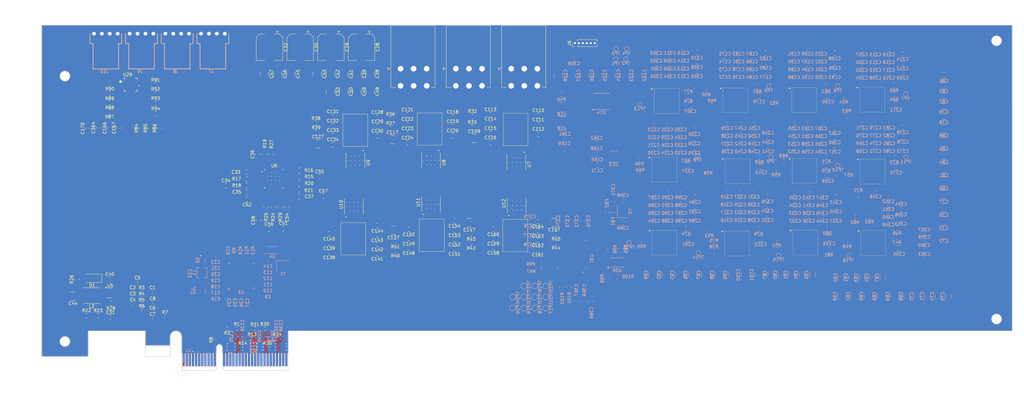
<source format=kicad_pcb>
(kicad_pcb (version 20241229) (generator "pcbnew") (generator_version "9.0")
  (title_block (title "PCIeAxe") (company "Author: Aadhi"))
  (layers (0 "F.Cu" power) (4 "In1.Cu" power) (6 "In2.Cu" power) (2 "B.Cu" power) (13 "F.Paste" user) (15 "B.Paste" user) (5 "F.SilkS" user "F.Silkscreen") (7 "B.SilkS" user "B.Silkscreen") (1 "F.Mask" user) (3 "B.Mask" user) (25 "Edge.Cuts" user))
  (net 0 "")
  (net 1 "GND")
  (net 2 "+1V1")
  (net 3 "+12V")
  (net 4 "+3V3")
  (net 5 "+3.3VA")
  (net 6 "/~{PRSNT2x4}")
  (net 7 "/PET3_N")
  (net 8 "/PET3_P")
  (net 9 "/PET2_N")
  (net 10 "/PET2_P")
  (net 11 "/PET1_N")
  (net 12 "/PET1_P")
  (net 13 "/SMCLK")
  (net 14 "/SMDAT")
  (net 15 "/~{TRST}")
  (net 16 "/~{WAKE}")
  (net 17 "/PET0_P")
  (net 18 "/PET0_N")
  (net 19 "/~{PRSNT2x1}")
  (net 20 "/~{PRSNT1}")
  (net 21 "/TCK")
  (net 22 "/TDI")
  (net 23 "/TDO")
  (net 24 "/TMS")
  (net 25 "/~{PERST}")
  (net 26 "/REFCLK-")
  (net 27 "/REFCLK+")
  (net 28 "/PCIexpress_connector/_PER0_P")
  (net 29 "/PCIexpress_connector/_PER0_N")
  (net 30 "/PCIexpress_connector/_PER1_P")
  (net 31 "/PCIexpress_connector/_PER1_N")
  (net 32 "/PCIexpress_connector/_PER2_P")
  (net 33 "/PCIexpress_connector/_PER2_N")
  (net 34 "/PCIexpress_connector/_PER3_P")
  (net 35 "/PCIexpress_connector/_PER3_N")
  (net 36 "Net-(U1-FB)")
  (net 37 "VDD")
  (net 38 "+1V2")
  (net 39 "+0V8")
  (net 40 "Net-(U17-VDD1_0)")
  (net 41 "Net-(U17-VDD2_0)")
  (net 42 "Net-(U17-VDD3_0)")
  (net 43 "Net-(U17-VDD3_1)")
  (net 44 "Net-(U17-VDD2_1)")
  (net 45 "Net-(U17-VDD1_1)")
  (net 46 "Net-(U18-VDD1_0)")
  (net 47 "Net-(U18-VDD2_0)")
  (net 48 "Net-(U18-VDD3_0)")
  (net 49 "Net-(U18-VDD3_1)")
  (net 50 "Net-(U18-VDD2_1)")
  (net 51 "Net-(U18-VDD1_1)")
  (net 52 "Net-(U19-VDD1_0)")
  (net 53 "Net-(U19-VDD2_0)")
  (net 54 "Net-(U19-VDD3_0)")
  (net 55 "Net-(U19-VDD3_1)")
  (net 56 "Net-(U19-VDD2_1)")
  (net 57 "Net-(U19-VDD1_1)")
  (net 58 "Net-(U20-VDD1_0)")
  (net 59 "Net-(U20-VDD2_0)")
  (net 60 "Net-(U20-VDD3_0)")
  (net 61 "Net-(U20-VDD3_1)")
  (net 62 "Net-(U20-VDD2_1)")
  (net 63 "Net-(U20-VDD1_1)")
  (net 64 "Net-(U21-VDD1_0)")
  (net 65 "Net-(U21-VDD2_0)")
  (net 66 "Net-(U21-VDD3_0)")
  (net 67 "Net-(U21-VDD3_1)")
  (net 68 "Net-(U21-VDD2_1)")
  (net 69 "Net-(U21-VDD1_1)")
  (net 70 "Net-(U22-VDD1_0)")
  (net 71 "Net-(U22-VDD2_0)")
  (net 72 "Net-(U22-VDD3_0)")
  (net 73 "Net-(U22-VDD3_1)")
  (net 74 "Net-(U22-VDD2_1)")
  (net 75 "Net-(U22-VDD1_1)")
  (net 76 "Net-(U23-VDD1_0)")
  (net 77 "Net-(U23-VDD2_0)")
  (net 78 "Net-(U23-VDD3_0)")
  (net 79 "Net-(U23-VDD3_1)")
  (net 80 "Net-(U23-VDD2_1)")
  (net 81 "Net-(U23-VDD1_1)")
  (net 82 "Net-(U24-VDD1_0)")
  (net 83 "Net-(U24-VDD2_0)")
  (net 84 "Net-(U24-VDD3_0)")
  (net 85 "Net-(U24-VDD3_1)")
  (net 86 "Net-(U24-VDD2_1)")
  (net 87 "Net-(U24-VDD1_1)")
  (net 92 "/BM1370_chain/RST_N")
  (net 93 "/BM1370_chain/CI")
  (net 94 "/BM1370_chain/RO")
  (net 97 "/USB/PCIe_CLK_REQ")
  (net 98 "/USB/SMI")
  (net 99 "/BM1370_chain/BM1370-1/NRSTO")
  (net 100 "/BM1370_chain/BM1370-2/NRSTO")
  (net 101 "/BM1370_chain/BM1370-2/CLKO")
  (net 102 "/BM1370_chain/BM1370-3/CLKI")
  (net 103 "/BM1370_chain/BM1370-3/NRSTO")
  (net 104 "/BM1370_chain/BM1370-3/CLKO")
  (net 105 "/BM1370_chain/BM1370-4/CLKI")
  (net 106 "/BM1370_chain/BM1370-4/NRSTO")
  (net 107 "/BM1370_chain/BM1370-4/CLKO")
  (net 108 "/BM1370_chain/BM1370-5/CLKI")
  (net 109 "Net-(U17-LITE_PAD)")
  (net 110 "/BM1370_chain/BM1370-2/CLKI")
  (net 111 "/BM1370_chain/BM1370-1/CLKO")
  (net 112 "/BM1370_chain/BM1370-5/NRSTO")
  (net 113 "/BM1370_chain/BM1370-6/CLKI")
  (net 114 "/BM1370_chain/BM1370-5/CLKO")
  (net 115 "Net-(U18-LITE_PAD)")
  (net 116 "/BM1370_chain/BM1370-6/NRSTO")
  (net 117 "/BM1370_chain/BM1370-7/CLKI")
  (net 118 "/BM1370_chain/BM1370-6/CLKO")
  (net 119 "Net-(U19-LITE_PAD)")
  (net 120 "/BM1370_chain/BM1370-7/NRSTO")
  (net 121 "/BM1370_chain/BM1370-7/CLKO")
  (net 122 "/BM1370_chain/BM1370-8/CLKI")
  (net 123 "Net-(U20-LITE_PAD)")
  (net 124 "/BM1370_chain/BM1370-8/NRSTO")
  (net 125 "/BM1370_chain/BM1370-9/CLKI")
  (net 126 "/BM1370_chain/BM1370-8/CLKO")
  (net 127 "Net-(U21-LITE_PAD)")
  (net 128 "/BM1370_chain/BM1370-10/NRSTI")
  (net 129 "/BM1370_chain/BM1370-10/CLKI")
  (net 130 "/BM1370_chain/BM1370-9/CLKO")
  (net 131 "Net-(U22-LITE_PAD)")
  (net 132 "/BM1370_chain/BM1370-10/NRSTO")
  (net 133 "/BM1370_chain/BM1370-11/CLKI")
  (net 134 "/BM1370_chain/BM1370-10/CLKO")
  (net 135 "Net-(U23-LITE_PAD)")
  (net 136 "/BM1370_chain/BM1370-11/NRSTO")
  (net 137 "/BM1370_chain/BM1370-11/CLKO")
  (net 138 "/BM1370_chain/BM1370-12/CLKI")
  (net 139 "Net-(U24-LITE_PAD)")
  (net 140 "/BM1370_chain/BM1370-12/NRSTO")
  (net 141 "/BM1370_chain/BM1370-1/BI")
  (net 142 "/BM1370_chain/BM1370-12/RI")
  (net 143 "/BM1370_chain/BM1370-1/CLKI")
  (net 144 "/BM1370_chain/BM1370-1/BO")
  (net 145 "/BM1370_chain/BM1370-1/CO")
  (net 146 "/BM1370_chain/BM1370-1/RI")
  (net 147 "/BM1370_chain/BM1370-2/RI")
  (net 148 "/BM1370_chain/BM1370-2/BO")
  (net 149 "/BM1370_chain/BM1370-2/CO")
  (net 150 "/BM1370_chain/BM1370-3/RI")
  (net 151 "/BM1370_chain/BM1370-3/CO")
  (net 152 "/BM1370_chain/BM1370-3/BO")
  (net 153 "/BM1370_chain/BM1370-4/CO")
  (net 154 "/BM1370_chain/BM1370-4/RI")
  (net 155 "/BM1370_chain/BM1370-4/BO")
  (net 156 "/BM1370_chain/BM1370-5/CO")
  (net 157 "/BM1370_chain/BM1370-5/BO")
  (net 162 "/BM1370_chain/BM1370-5/RI")
  (net 165 "/BM1370_chain/BM1370-6/BO")
  (net 166 "/BM1370_chain/BM1370-6/RI")
  (net 170 "/BM1370_chain/BM1370-6/CO")
  (net 173 "/BM1370_chain/BM1370-7/CO")
  (net 176 "/BM1370_chain/BM1370-7/RI")
  (net 178 "/BM1370_chain/BM1370-7/BO")
  (net 181 "/BM1370_chain/BM1370-8/RI")
  (net 182 "/BM1370_chain/BM1370-8/BO")
  (net 187 "/BM1370_chain/BM1370-8/CO")
  (net 189 "/BM1370_chain/BM1370-10/CI")
  (net 190 "/BM1370_chain/BM1370-10/RO")
  (net 192 "/BM1370_chain/BM1370-10/BI")
  (net 197 "/BM1370_chain/BM1370-10/CO")
  (net 202 "/BM1370_chain/BM1370-10/RI")
  (net 203 "/BM1370_chain/BM1370-10/BO")
  (net 205 "/BM1370_chain/BM1370-11/BO")
  (net 210 "/BM1370_chain/BM1370-11/CO")
  (net 211 "/BM1370_chain/BM1370-11/RI")
  (net 212 "/BM1370_chain/BM1370-12/CLKO")
  (net 216 "/BM1370_chain/BM1370-12/CO")
  (net 219 "/BM1370_chain/BM1370-12/BO")
  (net 220 "/BM1370_chain/TXD")
  (net 221 "/BM1370_chain/RESET_N")
  (net 222 "/BM1370_chain/RXD")
  (net 223 "Net-(U3-~{PONRST})")
  (net 224 "Net-(U25-VDD1_0)")
  (net 225 "Net-(U25-VDD2_0)")
  (net 226 "Net-(U25-VDD3_0)")
  (net 227 "Net-(U25-VDD3_1)")
  (net 228 "Net-(U25-VDD2_1)")
  (net 229 "Net-(U25-VDD1_1)")
  (net 230 "Net-(U26-VDD1_0)")
  (net 231 "Net-(U26-VDD2_0)")
  (net 232 "Net-(U26-VDD3_0)")
  (net 233 "Net-(U26-VDD3_1)")
  (net 234 "Net-(U26-VDD2_1)")
  (net 235 "Net-(U26-VDD1_1)")
  (net 236 "Net-(U27-VDD1_0)")
  (net 237 "Net-(U27-VDD2_0)")
  (net 238 "Net-(U27-VDD3_0)")
  (net 239 "Net-(U27-VDD3_1)")
  (net 240 "Net-(U27-VDD2_1)")
  (net 241 "Net-(U27-VDD1_1)")
  (net 242 "Net-(U28-VDD1_0)")
  (net 243 "Net-(U28-VDD2_0)")
  (net 244 "Net-(U28-VDD3_0)")
  (net 245 "Net-(U28-VDD3_1)")
  (net 246 "Net-(U28-VDD2_1)")
  (net 247 "Net-(U28-VDD1_1)")
  (net 248 "Net-(U25-LITE_PAD)")
  (net 249 "Net-(U26-LITE_PAD)")
  (net 250 "Net-(U27-LITE_PAD)")
  (net 251 "Net-(U28-LITE_PAD)")
  (net 275 "+1V8")
  (net 276 "/PER0_N")
  (net 277 "Net-(U3-PE_TXP)")
  (net 278 "Net-(U3-PE_TXN)")
  (net 279 "/PER0_P")
  (net 280 "Net-(U3-XO)")
  (net 281 "Net-(U3-XI)")
  (net 282 "Net-(U6-VSP)")
  (net 283 "Net-(U6-VSN)")
  (net 284 "/POWER/TSEN")
  (net 285 "/POWER/PWR_EN")
  (net 286 "Net-(D1-K)")
  (net 287 "Net-(U5-BS)")
  (net 288 "+5V_STDBY")
  (net 289 "Net-(U6-V5)")
  (net 290 "Net-(U6-V3R3)")
  (net 291 "Net-(U6-VIN)")
  (net 292 "+VREF")
  (net 293 "Net-(U6-COMP)")
  (net 294 "Net-(C58-Pad1)")
  (net 295 "Net-(U7-ENABLE)")
  (net 296 "Net-(U7-BOOT_R)")
  (net 297 "Net-(U7-BOOT)")
  (net 298 "Net-(C116-Pad1)")
  (net 299 "Net-(U8-ENABLE)")
  (net 300 "Net-(U8-BOOT_R)")
  (net 301 "Net-(U8-BOOT)")
  (net 302 "Net-(C124-Pad1)")
  (net 303 "Net-(U9-ENABLE)")
  (net 304 "Net-(U9-BOOT_R)")
  (net 305 "Net-(U9-BOOT)")
  (net 306 "Net-(C134-Pad1)")
  (net 307 "/PER1_P")
  (net 308 "/PER1_N")
  (net 309 "Net-(U10-ENABLE)")
  (net 310 "Net-(U10-BOOT)")
  (net 311 "Net-(U10-BOOT_R)")
  (net 312 "Net-(C144-Pad1)")
  (net 313 "/PER2_P")
  (net 314 "/PER2_N")
  (net 315 "Net-(U11-ENABLE)")
  (net 316 "Net-(U11-BOOT_R)")
  (net 317 "Net-(U11-BOOT)")
  (net 318 "Net-(C154-Pad1)")
  (net 319 "/PER3_P")
  (net 320 "/PER3_N")
  (net 321 "Net-(U12-ENABLE)")
  (net 322 "Net-(U12-BOOT)")
  (net 323 "Net-(U12-BOOT_R)")
  (net 324 "Net-(C164-Pad1)")
  (net 325 "Net-(U31-OSCI)")
  (net 326 "Net-(U31-VPHY)")
  (net 327 "Net-(U31-VPLL)")
  (net 328 "Net-(U31-OSCO)")
  (net 329 "/FAN/TACH1")
  (net 330 "/FAN/PWM1")
  (net 331 "/FAN/PWM2")
  (net 332 "/FAN/TACH2")
  (net 333 "/FAN/PWM3")
  (net 334 "/FAN/TACH3")
  (net 335 "/FAN/TACH4")
  (net 336 "/FAN/PWM4")
  (net 337 "Net-(U1-SW)")
  (net 338 "Net-(U7-VSW)")
  (net 339 "Net-(U8-VSW)")
  (net 340 "Net-(U9-VSW)")
  (net 341 "Net-(U10-VSW)")
  (net 342 "Net-(U11-VSW)")
  (net 343 "Net-(U12-VSW)")
  (net 344 "/POWER/VSENSE+")
  (net 345 "/POWER/VSENSE-")
  (net 346 "Net-(U3-TESTEN)")
  (net 347 "Net-(U3-SSREXT)")
  (net 348 "Net-(U3-~{USBHOC1})")
  (net 349 "Net-(U4-IO2)")
  (net 350 "Net-(U6-ADDR-TRISE)")
  (net 351 "/POWER/{slash}RESET")
  (net 352 "Net-(U5-FB)")
  (net 353 "Net-(U6-ISUM)")
  (net 354 "/POWER/FCCM")
  (net 355 "/BM1370_chain/LDO_EN")
  (net 356 "/FAN/FAN_ALERT")
  (net 357 "Net-(U29-ADDR_SEL)")
  (net 358 "Net-(U29-CLK)")
  (net 359 "Net-(U30-Q)")
  (net 360 "Net-(U30-D)")
  (net 361 "/USB_to_UART/SCL")
  (net 362 "Net-(U30-CS)")
  (net 363 "/USB_to_UART/SDA")
  (net 364 "Net-(U30-CLK)")
  (net 365 "Net-(U31-REF)")
  (net 366 "Net-(U31-RESET#)")
  (net 367 "/USB_to_UART/FAN_ALERT")
  (net 368 "/USB_to_UART/TXD")
  (net 369 "/USB_to_UART/RXD")
  (net 370 "/USB_to_UART/RST")
  (net 379 "Net-(U3-SPI_CLK)")
  (net 382 "/USB/USB_TPU1_DN")
  (net 383 "/USB/USB3_TX1+")
  (net 385 "/USB/USB3_RX1+")
  (net 387 "Net-(U3-SPI_DI)")
  (net 391 "Net-(U3-SPI_DO)")
  (net 398 "Net-(U3-SPI_CS)")
  (net 400 "/USB/USB3_RX1-")
  (net 401 "/USB/USB3_TX1-")
  (net 403 "/USB/USB_TPU1_DP")
  (net 406 "/POWER/TPS_CSP3")
  (net 407 "/POWER/TPS_CSP1")
  (net 409 "/POWER/VR_RDY")
  (net 412 "/POWER/SDA")
  (net 416 "/POWER/TPS_PWM4")
  (net 418 "/POWER/TPS_PWM3")
  (net 419 "/POWER/TPS_CSP2")
  (net 420 "/POWER/TPS_CSP5")
  (net 421 "/POWER/SCL")
  (net 422 "/POWER/TPS_CSP4")
  (net 423 "/POWER/TPS_PWM5")
  (net 425 "/POWER/TPS_PWM1")
  (net 426 "/POWER/TPS_CSP6")
  (net 427 "/POWER/TPS_PWM6")
  (net 428 "/POWER/TPS_PWM2")
  (net 433 "/FAN/SDA")
  (net 434 "/FAN/SCL")
  (net 445 "/USB_to_UART/DP")
  (net 461 "/USB_to_UART/DN")
  (net 464 "/POWER/Power_stage1/VDD")
  (footprint "PCIexpress:PCIexpress_bracket_full" (layer "F.Cu") (at 109.625 194.125)
    (property "Reference" "J1" (hide yes))
    (property "Value" "PCIexpress_bracket" (hide yes))
  )
  (footprint "PCIexpress:PCIexpress_x4" (layer "F.Cu") (at 109.625 194.125)
    (property "Reference" "J2" (hide yes))
    (property "Value" "PCIexpress_x4" (hide yes))
  )
  (footprint "Capacitor_SMD:C_0805_2012Metric" (layer "F.Cu") (at 223.965 149.155 180)
    (property "Reference" "C163")
    (property "Value" "100nF")
  )
  (footprint "Resistor_SMD:R_0805_2012Metric" (layer "F.Cu") (at 101.0825 108.1575)
    (property "Reference" "R93")
    (property "Value" "10k")
  )
  (footprint "Resistor_SMD:R_0805_2012Metric" (layer "F.Cu") (at 229.81 153.025 180)
    (property "Reference" "R44")
    (property "Value" "1R")
  )
  (footprint "CSD95472Q5MC:IC_CSD95490Q5MC" (layer "F.Cu") (at 189.635 140.645 90)
    (property "Reference" "U11")
    (property "Value" "CSD95472Q5MC")
  )
  (footprint "Resistor_SMD:R_0805_2012Metric" (layer "F.Cu") (at 78.895 176.435)
    (property "Reference" "R22")
    (property "Value" "86.6K")
  )
  (footprint "Resistor_SMD:R_0805_2012Metric" (layer "F.Cu") (at 178.165 155.5475 180)
    (property "Reference" "R40")
    (property "Value" "1R")
  )
  (footprint "BM1370:BM1370" (layer "F.Cu") (at 265.341 107.407)
    (property "Reference" "U25" (hide yes))
    (property "Value" "BM1370_mode1")
  )
  (footprint "Resistor_SMD:R_0402_1005Metric" (layer "F.Cu") (at 96.635 174.555)
    (property "Reference" "R6")
    (property "Value" "10K")
  )
  (footprint "Diode_SMD:D_SOD-128" (layer "F.Cu") (at 80.695 164.435 180)
    (property "Reference" "D1")
    (property "Value" "PMEG4030EP,115")
  )
  (footprint "Capacitor_SMD:C_0805_2012Metric" (layer "F.Cu") (at 153.79 131.76)
    (property "Reference" "C55")
    (property "Value" "330nF")
  )
  (footprint "Capacitor_SMD:C_1210_3225Metric" (layer "F.Cu") (at 157.335 104.3225 -90)
    (property "Reference" "C53")
    (property "Value" "22µ/25V")
  )
  (footprint "Capacitor_SMD:C_0805_2012Metric" (layer "F.Cu") (at 147.2 138.14)
    (property "Reference" "C37")
    (property "Value" "1nF")
  )
  (footprint "Resistor_SMD:R_0805_2012Metric" (layer "F.Cu") (at 86.3325 104.9175 180)
    (property "Reference" "R89")
    (property "Value" "36k")
  )
  (footprint "Resistor_SMD:R_0805_2012Metric" (layer "F.Cu") (at 202.535 150.145 180)
    (property "Reference" "R43")
    (property "Value" "1R")
  )
  (footprint "Resistor_SMD:R_0805_2012Metric" (layer "F.Cu") (at 101.1425 111.4975)
    (property "Reference" "R94")
    (property "Value" "10k")
  )
  (footprint "BM1370:BM1370" (layer "F.Cu") (at 264.649 152.979)
    (property "Reference" "U24" (hide yes))
    (property "Value" "BM1370_mode1")
  )
  (footprint "Resistor_SMD:R_0402_1005Metric" (layer "F.Cu") (at 120.135 184.255 90)
    (property "Reference" "R8")
    (property "Value" "10K")
  )
  (footprint "CSD95472Q5MC:IC_CSD95490Q5MC" (layer "F.Cu") (at 217.175 141.005 90)
    (property "Reference" "U12")
    (property "Value" "CSD95472Q5MC")
  )
  (footprint "Resistor_SMD:R_0805_2012Metric" (layer "F.Cu") (at 75.7875 164.775 90)
    (property "Reference" "R26")
    (property "Value" "49.9K")
  )
  (footprint "Resistor_SMD:R_0805_2012Metric" (layer "F.Cu") (at 176.6 116.195)
    (property "Reference" "R37")
    (property "Value" "1R")
  )
  (footprint "Resistor_SMD:R_0805_2012Metric" (layer "F.Cu") (at 86.3325 107.8675 180)
    (property "Reference" "R88")
    (property "Value" "36k")
  )
  (footprint "Resistor_SMD:R_0805_2012Metric" (layer "F.Cu") (at 130.4 134.57 180)
    (property "Reference" "R18")
    (property "Value" "51 0.5%")
  )
  (footprint "Capacitor_SMD:CP_Elec_8x10" (layer "F.Cu") (at 147.585 90.0775 -90)
    (property "Reference" "C30")
    (property "Value" "470µ/25V")
  )
  (footprint "Capacitor_SMD:C_0805_2012Metric" (layer "F.Cu") (at 130.4 136.78)
    (property "Reference" "C35")
    (property "Value" "22pF")
  )
  (footprint "CSD95472Q5MC:IC_CSD95490Q5MC" (layer "F.Cu") (at 189.615 126.535 -90)
    (property "Reference" "U8")
    (property "Value" "CSD95472Q5MC")
  )
  (footprint "Capacitor_SMD:C_0805_2012Metric" (layer "F.Cu") (at 172.375 115.665)
    (property "Reference" "C129")
    (property "Value" "1nF")
  )
  (footprint "Capacitor_SMD:C_0402_1005Metric" (layer "F.Cu") (at 93.745 172.515)
    (property "Reference" "C4")
    (property "Value" "100nF")
  )
  (footprint "Capacitor_SMD:C_0805_2012Metric" (layer "F.Cu") (at 172.375 112.655)
    (property "Reference" "C128")
    (property "Value" "1µF/25V")
  )
  (footprint "353180620:MOLEX_353180620" (layer "F.Cu") (at 215.415 96.985 180)
    (property "Reference" "J3" (hide yes))
    (property "Value" "353180620")
  )
  (footprint "Capacitor_SMD:C_0805_2012Metric" (layer "F.Cu") (at 79.345 116.195 90)
    (property "Reference" "C170")
    (property "Value" "100nF")
  )
  (footprint "Capacitor_SMD:C_1210_3225Metric" (layer "F.Cu") (at 165.835 98.6725 -90)
    (property "Reference" "C39")
    (property "Value" "22µ/25V")
  )
  (footprint "Capacitor_SMD:C_0805_2012Metric" (layer "F.Cu") (at 208.745 111.785)
    (property "Reference" "C113")
    (property "Value" "100nF")
  )
  (footprint "Capacitor_SMD:C_1210_3225Metric" (layer "F.Cu") (at 136.085 98.6725 -90)
    (property "Reference" "C47")
    (property "Value" "22µ/25V")
  )
  (footprint "bitcart:QFN16_4x4MC_MCH" (layer "F.Cu") (at 93.107968 102.1475)
    (property "Reference" "U29")
    (property "Value" "EMC2305")
  )
  (footprint "Capacitor_SMD:C_0805_2012Metric" (layer "F.Cu") (at 209.665 151.615 180)
    (property "Reference" "C159")
    (property "Value" "1nF")
  )
  (footprint "Resistor_SMD:R_0805_2012Metric" (layer "F.Cu") (at 102.4625 116.1475 90)
    (property "Reference" "R86")
    (property "Value" "22k")
  )
  (footprint "Capacitor_SMD:C_1210_3225Metric" (layer "F.Cu") (at 157.335 98.6725 -90)
    (property "Reference" "C42")
    (property "Value" "22µ/25V")
  )
  (footprint "Resistor_SMD:R_0603_1608Metric" (layer "F.Cu") (at 129.095 183.875 180)
    (property "Reference" "R14")
    (property "Value" "49.9")
  )
  (footprint "Resistor_SMD:R_0805_2012Metric" (layer "F.Cu") (at 138.92 141.49 90)
    (property "Reference" "R24")
    (property "Value" "2.55K")
  )
  (footprint "Resistor_SMD:R_0805_2012Metric" (layer "F.Cu") (at 202.95 112.315)
    (property "Reference" "R32")
    (property "Value" "1R")
  )
  (footprint "Capacitor_SMD:C_1210_3225Metric" (layer "F.Cu") (at 161.585 104.3225 -90)
    (property "Reference" "C50")
    (property "Value" "22µ/25V")
  )
  (footprint "Capacitor_SMD:C_0402_1005Metric" (layer "F.Cu") (at 93.745 168.575)
    (property "Reference" "C2")
    (property "Value" "10uF")
  )
  (footprint "353180620:MOLEX_353180620" (layer "F.Cu") (at 197.625 96.985 180)
    (property "Reference" "J4" (hide yes))
    (property "Value" "353180620")
  )
  (footprint "IFLR-4031GC-01-8x10:IFLR-4031GC-01-8x10" (layer "F.Cu") (at 189.87 150.565 -90)
    (property "Reference" "L7" (hide yes))
    (property "Value" "220nH")
  )
  (footprint "NetTie:NetTie-2_SMD_Pad0.5mm" (layer "F.Cu") (at 152.585 110.905)
    (property "Reference" "NT2" (hide yes))
    (property "Value" "NetTie_2" (hide yes))
  )
  (footprint "Capacitor_SMD:C_0805_2012Metric" (layer "F.Cu") (at 133.91 124.56 90)
    (property "Reference" "C36")
    (property "Value" "1nF")
  )
  (footprint "Resistor_SMD:R_0603_1608Metric" (layer "F.Cu") (at 132.155 183.875)
    (property "Reference" "R13")
    (property "Value" "49.9")
  )
  (footprint "Capacitor_SMD:C_0805_2012Metric" (layer "F.Cu") (at 182.065 117.885)
    (property "Reference" "C123")
    (property "Value" "100nF")
  )
  (footprint "Capacitor_SMD:C_1210_3225Metric" (layer "F.Cu") (at 165.835 104.3225 -90)
    (property "Reference" "C49")
    (property "Value" "22µ/25V")
  )
  (footprint "Capacitor_SMD:C_0805_2012Metric" (layer "F.Cu") (at 137.56 148.65)
    (property "Reference" "C56")
    (property "Value" "12pF")
  )
  (footprint "BM1370:BM1370" (layer "F.Cu") (at 288.193 129.929)
    (property "Reference" "U21" (hide yes))
    (property "Value" "BM1370_mode1")
  )
  (footprint "Capacitor_SMD:C_0805_2012Metric" (layer "F.Cu") (at 182.495 151.655 180)
    (property "Reference" "C149")
    (property "Value" "1nF")
  )
  (footprint "BM1370:BM1370" (layer "F.Cu") (at 264.575 129.475)
    (property "Reference" "U20" (hide yes))
    (property "Value" "BM1370_mode1")
  )
  (footprint "Capacitor_SMD:C_0805_2012Metric" (layer "F.Cu") (at 86.4225 116.0475 90)
    (property "Reference" "C166")
    (property "Value" "100nF")
  )
  (footprint "BM1370:BM1370" (layer "F.Cu") (at 331.439 106.943)
    (property "Reference" "U19" (hide yes))
    (property "Value" "BM1370_mode1")
  )
  (footprint "Connector_PinHeader_1.27mm:PinHeader_1x06_P1.27mm_Vertical" (layer "F.Cu") (at 235.895 88.765 90)
    (property "Reference" "J6")
    (property "Value" "Conn_01x06")
  )
  (footprint "Capacitor_SMD:C_0805_2012Metric" (layer "F.Cu") (at 172.365 156.5075 180)
    (property "Reference" "C141")
    (property "Value" "100nF")
  )
  (footprint "Capacitor_SMD:C_0805_2012Metric" (layer "F.Cu") (at 196.565 118.595)
    (property "Reference" "C120")
    (property "Value" "100nF")
  )
  (footprint "Resistor_SMD:R_0805_2012Metric" (layer "F.Cu") (at 147.22 135.99 180)
    (property "Reference" "R21")
    (property "Value" "10K")
  )
  (footprint "Resistor_SMD:R_0805_2012Metric" (layer "F.Cu") (at 136.13 124.54 -90)
    (property "Reference" "R19")
    (property "Value" "121K")
  )
  (footprint "IFLR-4031GC-01-8x10:IFLR-4031GC-01-8x10" (layer "F.Cu") (at 189.18 116.415 90)
    (property "Reference" "L4" (hide yes))
    (property "Value" "220nH")
  )
  (footprint "Capacitor_SMD:C_0805_2012Metric" (layer "F.Cu") (at 172.365 150.4875 180)
    (property "Reference" "C143")
    (property "Value" "100nF")
  )
  (footprint "353180620:MOLEX_353180620" (layer "F.Cu") (at 179.835 96.985 180)
    (property "Reference" "J5" (hide yes))
    (property "Value" "353180620")
  )
  (footprint "Capacitor_SMD:C_0805_2012Metric" (layer "F.Cu") (at 196.565 112.575)
    (property "Reference" "C118")
    (property "Value" "1µF/25V")
  )
  (footprint "Resistor_SMD:R_0805_2012Metric" (layer "F.Cu") (at 147.29 131.7)
    (property "Reference" "R15")
    (property "Value" "16.5K")
  )
  (footprint "Capacitor_SMD:C_0805_2012Metric" (layer "F.Cu") (at 224.135 118.085)
    (property "Reference" "C112")
    (property "Value" "100nF")
  )
  (footprint "Capacitor_SMD:C_1210_3225Metric" (layer "F.Cu") (at 177.545 148.9975 180)
    (property "Reference" "C137")
    (property "Value" "22µ/25V")
  )
  (footprint "Capacitor_SMD:C_0805_2012Metric" (layer "F.Cu") (at 123.72 134.67)
    (property "Reference" "C34")
    (property "Value" "100pF")
  )
  (footprint "Capacitor_SMD:C_0805_2012Metric" (layer "F.Cu") (at 197.175 148.915 180)
    (property "Reference" "C153")
    (property "Value" "100nF")
  )
  (footprint "Capacitor_SMD:C_1210_3225Metric" (layer "F.Cu") (at 203.475 119.445)
    (property "Reference" "C109")
    (property "Value" "22µ/25V")
  )
  (footprint "Resistor_SMD:R_0402_1005Metric" (layer "F.Cu") (at 96.635 170.575)
    (property "Reference" "R4")
    (property "Value" "100K")
  )
  (footprint "Capacitor_SMD:C_0805_2012Metric" (layer "F.Cu") (at 209.665 148.605 180)
    (property "Reference" "C160")
    (property "Value" "100nF")
  )
  (footprint "Capacitor_SMD:C_0805_2012Metric" (layer "F.Cu") (at 134.17 145.84 90)
    (property "Reference" "C58")
    (property "Value" "1nF")
  )
  (footprint "Resistor_SMD:R_0805_2012Metric" (layer "F.Cu") (at 178.165 152.5975 180)
    (property "Reference" "R41")
    (property "Value" "1R")
  )
  (footprint "Resistor_SMD:R_0402_1005Metric" (layer "F.Cu") (at 96.635 172.565)
    (property "Reference" "R5")
    (property "Value" "10K")
  )
  (footprint "Capacitor_SMD:C_1210_3225Metric" (layer "F.Cu") (at 153.085 98.6725 -90)
    (property "Reference" "C43")
    (property "Value" "22µ/25V")
  )
  (footprint "IFLR-4031GC-01-8x10:IFLR-4031GC-01-8x10" (layer "F.Cu") (at 165.32 116.785 90)
    (property "Reference" "L5" (hide yes))
    (property "Value" "220nH")
  )
  (footprint "Capacitor_SMD:C_0805_2012Metric" (layer "F.Cu") (at 223.965 152.165 180)
    (property "Reference" "C162")
    (property "Value" "2.2µF/16V")
  )
  (footprint "IFLR-4031GC-01-8x10:IFLR-4031GC-01-8x10" (layer "F.Cu") (at 216.795 116.525 90)
    (property "Reference" "L3" (hide yes))
    (property "Value" "220nH")
  )
  (footprint "Capacitor_SMD:C_0805_2012Metric" (layer "F.Cu") (at 158.055 115.445)
    (property "Reference" "C132")
    (property "Value" "2.2µF/16V")
  )
  (footprint "Capacitor_SMD:C_0805_2012Metric" (layer "F.Cu") (at 224.135 112.065)
    (property "Reference" "C110")
    (property "Value" "1µF/25V")
  )
  (footprint "CSD95472Q5MC:IC_CSD95490Q5MC" (layer "F.Cu") (at 165.325 126.585 -90)
    (property "Reference" "U9")
    (property "Value" "CSD95472Q5MC")
  )
  (footprint "Capacitor_SMD:C_0402_1005Metric" (layer "F.Cu") (at 100.095 177.085)
    (property "Reference" "C7")
    (property "Value" "100nF")
  )
  (footprint "Capacitor_SMD:C_0805_2012Metric" (layer "F.Cu") (at 172.365 147.4775 180)
    (property "Reference" "C144")
    (property "Value" "1nF")
  )
  (footprint "Capacitor_SMD:C_0805_2012Metric" (layer "F.Cu") (at 89.4325 116.0475 90)
    (property "Reference" "C167")
    (property "Value" "100nF")
  )
  (footprint "Capacitor_SMD:C_0805_2012Metric" (layer "F.Cu") (at 208.745 117.805)
    (property "Reference" "C115")
    (property "Value" "100nF")
  )
  (footprint "Capacitor_SMD:C_0805_2012Metric" (layer "F.Cu") (at 82.8225 115.965 90)
    (property "Reference" "C364")
    (property "Value" "0.1uF")
  )
  (footprint "Capacitor_SMD:C_0805_2012Metric" (layer "F.Cu") (at 172.365 153.4975 180)
    (property "Reference" "C142")
    (property "Value" "2.2µF/16V")
  )
  (footprint "Capacitor_SMD:C_0805_2012Metric" (layer "F.Cu") (at 182.065 111.865)
    (property "Reference" "C121")
    (property "Value" "100nF")
  )
  (footprint "Capacitor_SMD:C_0805_2012Metric" (layer "F.Cu") (at 209.665 154.625 180)
    (property "Reference" "C158")
    (property "Value" "1µF/25V")
  )
  (footprint "Capacitor_SMD:C_0805_2012Metric" (layer "F.Cu") (at 182.065 120.895)
    (property "Reference" "C124")
    (property "Value" "1nF")
  )
  (footprint "CSD95472Q5MC:IC_CSD95490Q5MC" (layer "F.Cu") (at 164.845 141.385 90)
    (property "Reference" "U10")
    (property "Value" "CSD95472Q5MC")
  )
  (footprint "NetTie:NetTie-2_SMD_Pad0.5mm" (layer "F.Cu") (at 152.585 109.405)
    (property "Reference" "NT1" (hide yes))
    (property "Value" "NetTie_2" (hide yes))
  )
  (footprint "Capacitor_SMD:C_1210_3225Metric" (layer "F.Cu") (at 170.085 104.3225 -90)
    (property "Reference" "C48")
    (property "Value" "22µ/25V")
  )
  (footprint "Capacitor_SMD:C_0805_2012Metric" (layer "F.Cu") (at 196.565 115.585)
    (property "Reference" "C119")
    (property "Value" "1nF")
  )
  (footprint "Capacitor_SMD:C_0805_2012Metric" (layer "F.Cu") (at 142.17 148.41)
    (property "Reference" "C51")
    (property "Value" "4.7µF/16V")
  )
  (footprint "Capacitor_SMD:C_1210_3225Metric" (layer "F.Cu") (at 74.5575 170.195 180)
    (property "Reference" "C44")
    (property "Value" "22µ/25V")
  )
  (footprint "Capacitor_SMD:C_1210_3225Metric" (layer "F.Cu") (at 201.915 146.545 180)
    (property "Reference" "C147")
    (property "Value" "22µ/25V")
  )
  (footprint "Capacitor_SMD:C_0805_2012Metric" (layer "F.Cu") (at 130.31 130.2)
    (property "Reference" "C33")
    (property "Value" "22pF")
  )
  (footprint "Resistor_SMD:R_0603_1608Metric" (layer "F.Cu") (at 133.065 180.625 180)
    (property "Reference" "R31")
    (property "Value" "49.9")
  )
  (footprint "Resistor_SMD:R_0603_1608Metric" (layer "F.Cu") (at 140.175 183.875)
    (property "Reference" "R34")
    (property "Value" "49.9")
  )
  (footprint "Capacitor_SMD:C_0805_2012Metric" (layer "F.Cu") (at 197.175 151.925 180)
    (property "Reference" "C152")
    (property "Value" "2.2µF/16V")
  )
  (footprint "Resistor_SMD:R_0805_2012Metric" (layer "F.Cu") (at 99.5125 116.1475 90)
    (property "Reference" "R85")
    (property "Value" "33k")
  )
  (footprint "Capacitor_SMD:C_0805_2012Metric" (layer "F.Cu") (at 223.965 155.175 180)
    (property "Reference" "C161")
    (property "Value" "100nF")
  )
  (footprint "BM1370:BM1370" (layer "F.Cu") (at 331.819 153.079)
    (property "Reference" "U28" (hide yes))
    (property "Value" "BM1370_mode1")
  )
  (footprint "Resistor_SMD:R_0805_2012Metric" (layer "F.Cu") (at 202.535 153.095 180)
    (property "Reference" "R42")
    (property "Value" "1R")
  )
  (footprint "Capacitor_SMD:C_1210_3225Metric" (layer "F.Cu") (at 140.335 98.6725 -90)
    (property "Reference" "C46")
    (property "Value" "22µ/25V")
  )
  (footprint "Capacitor_SMD:C_0805_2012Metric" (layer "F.Cu") (at 156.875 153.0775 180)
    (property "Reference" "C139")
    (property "Value" "1nF")
  )
  (footprint "Capacitor_SMD:CP_Elec_8x10" (layer "F.Cu") (at 137.735 90.0775 -90)
    (property "Reference" "C32")
    (property "Value" "470µ/25V")
  )
  (footprint "Resistor_SMD:R_0805_2012Metric" (layer "F.Cu") (at 136.66 141.43 90)
    (property "Reference" "R25")
    (property "Value" "8.06K")
  )
  (footprint "BM1370:BM1370" (layer "F.Cu") (at 287.439 107.173)
    (property "Reference" "U17" (hide yes))
    (property "Value" "BM1370_mode1")
  )
  (footprint "Resistor_SMD:R_0805_2012Metric" (layer "F.Cu") (at 101.0825 105.2075)
    (property "Reference" "R92")
    (property "Value" "10k")
  )
  (footprint "Capacitor_SMD:C_0805_2012Metric" (layer "F.Cu") (at 156.875 150.0675 180)
    (property "Reference" "C140")
    (property "Value" "100nF")
  )
  (footprint "Capacitor_SMD:C_0402_1005Metric" (layer "F.Cu") (at 100.095 175.115)
    (property "Reference" "C6")
    (property "Value" "100nF")
  )
  (footprint "IFLR-4031GC-01-8x10:IFLR-4031GC-01-8x10" (layer "F.Cu") (at 164.655 151.7475 -90)
    (property "Reference" "L6" (hide yes))
    (property "Value" "220nH")
  )
  (footprint "Resistor_SMD:R_0603_1608Metric" (layer "F.Cu") (at 137.095 183.875 180)
    (property "Reference" "R35")
    (property "Value" "49.9")
  )
  (footprint "Capacitor_SMD:C_1210_3225Metric" (layer "F.Cu") (at 229.19 146.475 180)
    (property "Reference" "C157")
    (property "Value" "22µ/25V")
  )
  (footprint "Capacitor_SMD:C_0805_2012Metric" (layer "F.Cu") (at 208.745 114.795)
    (property "Reference" "C114")
    (property "Value" "2.2µF/16V")
  )
  (footprint "Capacitor_SMD:CP_Elec_8x10" (layer "F.Cu") (at 167.285 90.0775 -90)
    (property "Reference" "C28")
    (property "Value" "470µ/25V")
  )
  (footprint "Capacitor_SMD:C_0805_2012Metric" (layer "F.Cu") (at 158.055 118.455)
    (property "Reference" "C133")
    (property "Value" "100nF")
  )
  (footprint "Resistor_SMD:R_0805_2012Metric" (layer "F.Cu") (at 141.15 141.45 90)
    (property "Reference" "R29")
    (property "Value" "2.2R")
  )
  (footprint "Capacitor_SMD:C_0805_2012Metric" (layer "F.Cu") (at 86.3875 164.785)
    (property "Reference" "C40")
    (property "Value" "10nF")
  )
  (footprint "Resistor_SMD:R_0805_2012Metric" (layer "F.Cu") (at 130.37 132.5)
    (property "Reference" "R17")
    (property "Value" "51 0.5%")
  )
  (footprint "Inductor_SMD:L_Taiyo-Yuden_NR-50xx" (layer "F.Cu") (at 80.555 170.015 180)
    (property "Reference" "L2")
    (property "Value" "4.7µH")
  )
  (footprint "Capacitor_SMD:C_0805_2012Metric" (layer "F.Cu") (at 172.375 118.675)
    (property "Reference" "C130")
    (property "Value" "100nF")
  )
  (footprint "Capacitor_SMD:C_0805_2012Metric" (layer "F.Cu") (at 155.04 138.01)
    (property "Reference" "C57")
    (property "Value" "2.2nF")
  )
  (footprint "Resistor_SMD:R_0805_2012Metric" (layer "F.Cu") (at 147.26 133.89)
    (property "Reference" "R20")
    (property "Value" "10K")
  )
  (footprint "Capacitor_SMD:C_0805_2012Metric" (layer "F.Cu") (at 158.055 112.435)
    (property "Reference" "C131")
    (property "Value" "100nF")
  )
  (footprint "Capacitor_SMD:C_0805_2012Metric" (layer "F.Cu") (at 158.055 121.465)
    (property "Reference" "C134")
    (property "Value" "1nF")
  )
  (footprint "Capacitor_SMD:C_0402_1005Metric" (layer "F.Cu") (at 95.275 165.415)
    (property "Reference" "C5")
    (property "Value" "100nF")
  )
  (footprint "Capacitor_SMD:C_0805_2012Metric" (layer "F.Cu") (at 197.175 154.935 180)
    (property "Reference" "C151")
    (property "Value" "100nF")
  )
  (footprint "Capacitor_SMD:C_1210_3225Metric" (layer "F.Cu") (at 153.2925 121.155)
    (property "Reference" "C127")
    (property "Value" "22µ/25V")
  )
  (footprint "Resistor_SMD:R_0805_2012Metric" (layer "F.Cu") (at 82.6575 176.455)
    (property "Reference" "R23")
    (property "Value" "16.5K")
  )
  (footprint "CSD95472Q5MC:IC_CSD95490Q5MC" (layer "F.Cu") (at 217.035 127.105 -90)
    (property "Reference" "U7")
    (property "Value" "CSD95472Q5MC")
  )
  (footprint "BM1370:BM1370" (layer "F.Cu") (at 309.685 129.841)
    (property "Reference" "U22" (hide yes))
    (property "Value" "BM1370_mode1")
  )
  (footprint "Capacitor_SMD:C_1210_3225Metric" (layer "F.Cu") (at 144.585 98.6725 -90)
    (property "Reference" "C45")
    (property "Value" "22µ/25V")
  )
  (footprint "Capacitor_SMD:C_0402_1005Metric" (layer "F.Cu") (at 93.745 170.545)
    (property "Reference" "C3")
    (property "Value" "100nF")
  )
  (footprint "Capacitor_SMD:C_1210_3225Metric" (layer "F.Cu") (at 177.22 119.795)
    (property "Reference" "C117")
    (property "Value" "22µ/25V")
  )
  (footprint "Resistor_SMD:R_0805_2012Metric" (layer "F.Cu") (at 229.81 150.075 180)
    (property "Reference" "R45")
    (property "Value" "1R")
  )
  (footprint "Capacitor_SMD:C_0402_1005Metric" (layer "F.Cu") (at 100.145 172.125)
    (property "Reference" "C8")
    (property "Value" "100nF")
  )
  (footprint "Resistor_SMD:R_0603_1608Metric" (layer "F.Cu") (at 127.225 180.625)
    (property "Reference" "R1")
    (property "Value" "49.9")
  )
  (footprint "Capacitor_SMD:C_0805_2012Metric" (layer "F.Cu") (at 86.5975 177.065)
    (property "Reference" "C31")
    (property "Value" "10µF/25V")
  )
  (footprint "Resistor_SMD:R_0805_2012Metric" (layer "F.Cu") (at 152.6725 117.555)
    (property "Reference" "R39")
    (property "Value" "1R")
  )
  (footprint "Capacitor_SMD:C_1210_3225Metric" (layer "F.Cu") (at 161.585 98.6725 -90)
    (property "Reference" "C41")
    (property "Value" "22µ/25V")
  )
  (footprint "Resistor_SMD:R_0805_2012Metric" (layer "F.Cu") (at 96.5625 116.1475 90)
    (property "Reference" "R84")
    (property "Value" "4.7k")
  )
  (footprint "Resistor_SMD:R_0805_2012Metric" (layer "F.Cu") (at 176.6 113.245)
    (property "Reference" "R36")
    (property "Value" "1R")
  )
  (footprint "Capacitor_SMD:C_0805_2012Metric" (layer "F.Cu") (at 182.065 114.875)
    (property "Reference" "C122")
    (property "Value" "2.2µF/16V")
  )
  (footprint "TPS53667RTAR:IC_TPS53667RTAR" (layer "F.Cu") (at 139.06 132.34)
    (property "Reference" "U6")
    (property "Value" "TPS53667RTAR")
  )
  (footprint "Capacitor_SMD:C_1210_3225Metric" (layer "F.Cu") (at 170.085 98.6725 -90)
    (property "Reference" "C38")
    (property "Value" "22µ/25V")
  )
  (footprint "Resistor_SMD:R_0603_1608Metric" (layer "F.Cu") (at 124.065 180.605 180)
    (property "Reference" "R2")
    (property "Value" "49.9")
  )
  (footprint "Capacitor_SMD:C_0805_2012Metric" (layer "F.Cu") (at 130.5 139.07 180)
    (property "Reference" "C52")
    (property "Value" "1µF/25V")
  )
  (footprint "Resistor_SMD:R_0805_2012Metric" (layer "F.Cu") (at 86.3325 110.8175 180)
    (property "Reference" "R87")
    (property "Value" "36k")
  )
  (footprint "Resistor_SMD:R_0805_2012Metric" (layer "F.Cu") (at 202.855 115.845)
    (property "Reference" "R33")
    (property "Value" "1R")
  )
  (footprint "Resistor_SMD:R_0805_2012Metric" (layer "F.Cu") (at 152.6725 114.605)
    (property "Reference" "R38")
    (property "Value" "1R")
  )
  (footprint "BM1370:BM1370" (layer "F.Cu") (at 309.623 107.143)
    (property "Reference" "U18" (hide yes))
    (property "Value" "BM1370_mode1")
  )
  (footprint "Resistor_SMD:R_0805_2012Metric" (layer "F.Cu") (at 147.27 129.63 180)
    (property "Reference" "R16")
    (property "Value" "24.3K")
  )
  (footprint "Resistor_SMD:R_0402_1005Metric" (layer "F.Cu") (at 104.145 176.505)
    (property "Reference" "R7")
    (property "Value" "DNP")
  )
  (footprint "BM1370:BM1370" (layer "F.Cu") (at 331.559 130.047)
    (property "Reference" "U23" (hide yes))
    (property "Value" "BM1370_mode1")
  )
  (footprint "Resistor_SMD:R_0402_1005Metric" (layer "F.Cu") (at 96.635 168.585)
    (property "Reference" "R3")
    (property "Value" "75K")
  )
  (footprint "Capacitor_SMD:CP_Elec_8x10" (layer "F.Cu") (at 157.435 90.0775 -90)
    (property "Reference" "C29")
    (property "Value" "470µ/25V")
  )
  (footprint "Capacitor_SMD:C_0805_2012Metric" (layer "F.Cu") (at 223.965 146.145 180)
    (property "Reference" "C164")
    (property "Value" "1nF")
  )
  (footprint "Capacitor_SMD:C_0805_2012Metric" (layer "F.Cu") (at 182.495 148.645 180)
    (property "Reference" "C150")
    (property "Value" "100nF")
  )
  (footprint "Resistor_SMD:R_0805_2012Metric" (layer "F.Cu") (at 101.0825 102.2575)
    (property "Reference" "R91")
    (property "Value" "10k")
  )
  (footprint "Capacitor_SMD:C_0805_2012Metric" (layer "F.Cu") (at 182.495 154.665 180)
    (property "Reference" "C148")
    (property "Value" "1µF/25V")
  )
  (footprint "IFLR-4031GC-01-8x10:IFLR-4031GC-01-8x10" (layer "F.Cu") (at 216.675 150.655 -90)
    (property "Reference" "L8" (hide yes))
    (property "Value" "220nH")
  )
  (footprint "Capacitor_SMD:C_0603_1608Metric" (layer "F.Cu") (at 100.095 168.845)
    (property "Reference" "C1")
    (property "Value" "10uF")
  )
  (footprint "Resistor_SMD:R_0603_1608Metric" (layer "F.Cu") (at 136.195 180.625)
    (property "Reference" "R30")
    (property "Value" "49.9")
  )
  (footprint "Capacitor_SMD:C_0805_2012Metric" (layer "F.Cu") (at 197.175 145.905 180)
    (property "Reference" "C154")
    (property "Value" "1nF")
  )
  (footprint "BM1370:BM1370" (layer "F.Cu") (at 309.989 152.945)
    (property "Reference" "U27" (hide yes))
    (property "Value" "BM1370_mode1")
  )
  (footprint "Resistor_SMD:R_0805_2012Metric" (layer "F.Cu") (at 86.415 101.8175 180)
    (property "Reference" "R90")
    (property "Value" "36k")
  )
  (footprint "Capacitor_SMD:C_0805_2012Metric" (layer "F.Cu") (at 156.875 156.0875 180)
    (property "Reference" "C138")
    (property "Value" "1µF/25V")
  )
  (footprint "Resistor_SMD:R_0805_2012Metric" (layer "F.Cu") (at 138.27 124.52 -90)
    (property "Reference" "R27")
    (property "Value" "100K")
  )
  (footprint "Capacitor_SMD:C_0805_2012Metric" (layer "F.Cu") (at 143.38 141.52 90)
    (property "Reference" "C54")
    (property "Value" "1µF/25V")
  )
  (footprint "Capacitor_SMD:C_0805_2012Metric" (layer "F.Cu") (at 224.135 115.075)
    (property "Reference" "C111")
    (property "Value" "1nF")
  )
  (footprint "BM1370:BM1370" (layer "F.Cu") (at 287.979 153.179)
    (property "Reference" "U26" (hide yes))
    (property "Value" "BM1370_mode1")
  )
  (footprint "Capacitor_SMD:C_0805_2012Metric" (layer "F.Cu") (at 208.745 120.815)
    (property "Reference" "C116")
    (property "Value" "1nF")
  )
  (footprint "Resistor_SMD:R_0805_2012Metric" (layer "F.Cu") (at 86.7175 172.415 180)
    (property "Reference" "R28")
    (property "Value" "2.2R")
  )
  (footprint "Package_TO_SOT_SMD:SOT-23-6" (layer "F.Cu") (at 86.455 169.14)
    (property "Reference" "U5")
    (property "Value" "AP3211")
  )
  (footprint "Capacitor_SMD:C_0603_1608Metric_Pad1.08x0.95mm_HandSolder" (layer "B.Cu") (at 332.476515 90.978015)
    (property "Reference" "C215")
    (property "Value" "1µF/6.3V")
  )
  (footprint "Capacitor_SMD:C_0603_1608Metric_Pad1.08x0.95mm_HandSolder" (layer "B.Cu") (at 261.195 122.66375)
    (property "Reference" "C220")
    (property "Value" "1µF/6.3V")
  )
  (footprint "Capacitor_SMD:C_0603_1608Metric" (layer "B.Cu") (at 126.865 183.13 -90)
    (property "Reference" "C125")
    (property "Value" "100n")
  )
  (footprint "Capacitor_SMD:C_0603_1608Metric_Pad1.08x0.95mm_HandSolder" (layer "B.Cu") (at 288.476515 93.258015)
    (property "Reference" "C181")
    (property "Value" "1µF/6.3V")
  )
  (footprint "Capacitor_SMD:C_0603_1608Metric_Pad1.08x0.95mm_HandSolder" (layer "B.Cu") (at 284.813 122.20975)
    (property "Reference" "C236")
    (property "Value" "1µF/6.3V")
  )
  (footprint "Resistor_SMD:R_0805_2012Metric" (layer "B.Cu") (at 249.406428 163.845)
    (property "Reference" "R100")
    (property "Value" "10k")
  )
  (footprint "Capacitor_SMD:C_0805_2012Metric" (layer "B.Cu") (at 243.0175 128.04175)
    (property "Reference" "C171")
    (property "Value" "1µF/25V")
  )
  (footprint "Capacitor_SMD:C_0603_1608Metric_Pad1.08x0.95mm_HandSolder" (layer "B.Cu") (at 306.310515 98.308015)
    (property "Reference" "C188")
    (property "Value" "1µF/6.3V")
  )
  (footprint "Capacitor_SMD:C_0805_2012Metric" (layer "B.Cu") (at 274.295 116.39375)
    (property "Reference" "C230")
    (property "Value" "100nF")
  )
  (footprint "Resistor_SMD:R_0805_2012Metric" (layer "B.Cu") (at 294.446515 102.627265)
    (property "Reference" "R61")
    (property "Value" "2K")
  )
  (footprint "TestPoint:TestPoint_Pad_D1.0mm" (layer "B.Cu") (at 320.360515 102.547265)
    (property "Reference" "TP6")
    (property "Value" "TestPoint")
  )
  (footprint "Capacitor_SMD:C_0805_2012Metric" (layer "B.Cu") (at 275.128515 97.794015)
    (property "Reference" "C305")
    (property "Value" "10µF/25V")
  )
  (footprint "bitcrane:CONN-TH_4P-P2.54_HCTL_HC-2510-4AW" (layer "B.Cu") (at 119.515 85.7025 180)
    (property "Reference" "J7")
    (property "Value" "61900411021")
  )
  (footprint "Capacitor_SMD:C_0603_1608Metric_Pad1.08x0.95mm_HandSolder" (layer "B.Cu") (at 265.545 120.15375)
    (property "Reference" "C226")
    (property "Value" "1µF/6.3V")
  )
  (footprint "Resistor_SMD:R_0402_1005Metric_Pad0.72x0.64mm_HandSolder" (layer "B.Cu") (at 257.305 152.985)
    (property "Reference" "R55")
    (property "Value" "33R")
  )
  (footprint "Capacitor_SMD:C_0603_1608Metric_Pad1.08x0.95mm_HandSolder" (layer "B.Cu") (at 289.016515 139.295749)
    (property "Reference" "C325")
    (property "Value" "1µF/6.3V")
  )
  (footprint "Capacitor_SMD:C_0603_1608Metric_Pad1.08x0.95mm_HandSolder" (layer "B.Cu") (at 328.126515 98.508015)
    (property "Reference" "C204")
    (property "Value" "1µF/6.3V")
  )
  (footprint "Capacitor_SMD:C_0603_1608Metric_Pad1.08x0.95mm_HandSolder" (layer "B.Cu") (at 315.010515 90.778015)
    (property "Reference" "C203")
    (property "Value" "1µF/6.3V")
  )
  (footprint "Capacitor_SMD:C_1206_3216Metric" (layer "B.Cu") (at 354.48 109.07175)
    (property "Reference" "C79")
    (property "Value" "100µ/6.3V")
  )
  (footprint "Capacitor_SMD:C_1210_3225Metric" (layer "B.Cu") (at 354.48 145.97175)
    (property "Reference" "C73")
    (property "Value" "330µF/4V")
  )
  (footprint "Resistor_SMD:R_0805_2012Metric" (layer "B.Cu") (at 317.435 155.255)
    (property "Reference" "R81")
    (property "Value" "2K")
  )
  (footprint "Capacitor_SMD:C_0603_1608Metric_Pad1.08x0.95mm_HandSolder" (layer "B.Cu") (at 306.676515 137.019749)
    (property "Reference" "C335")
    (property "Value" "1µF/6.3V")
  )
  (footprint "Capacitor_SMD:C_0603_1608Metric_Pad1.08x0.95mm_HandSolder" (layer "B.Cu") (at 311.026515 137.019749)
    (property "Reference" "C343")
    (property "Value" "1µF/6.3V")
  )
  (footprint "Capacitor_SMD:C_0603_1608Metric_Pad1.08x0.95mm_HandSolder" (layer "B.Cu") (at 311.026515 142.039749)
    (property "Reference" "C338")
    (property "Value" "1µF/6.3V")
  )
  (footprint "Capacitor_SMD:C_0603_1608Metric_Pad1.08x0.95mm_HandSolder" (layer "B.Cu") (at 306.310515 90.778015)
    (property "Reference" "C191")
    (property "Value" "1µF/6.3V")
  )
  (footprint "Resistor_SMD:R_0402_1005Metric_Pad0.72x0.64mm_HandSolder" (layer "B.Cu") (at 300.585 129.935)
    (property "Reference" "R59")
    (property "Value" "33R")
  )
  (footprint "Capacitor_SMD:C_0603_1608Metric_Pad1.08x0.95mm_HandSolder" (layer "B.Cu") (at 289.163 114.67975)
    (property "Reference" "C247")
    (property "Value" "1µF/6.3V")
  )
  (footprint "Capacitor_SMD:C_1206_3216Metric" (layer "B.Cu") (at 272.202515 128.079265)
    (property "Reference" "C227")
    (property "Value" "100µ/6.3V")
  )
  (footprint "Capacitor_SMD:C_0603_1608Metric_Pad1.08x0.95mm_HandSolder" (layer "B.Cu") (at 289.163 119.69975)
    (property "Reference" "C242")
    (property "Value" "1µF/6.3V")
  )
  (footprint "Capacitor_SMD:C_0603_1608Metric_Pad1.08x0.95mm_HandSolder" (layer "B.Cu") (at 328.126515 90.978015)
    (property "Reference" "C207")
    (property "Value" "1µF/6.3V")
  )
  (footprint "Capacitor_SMD:C_0603_1608Metric_Pad1.08x0.95mm_HandSolder" (layer "B.Cu") (at 336.6565 138.273264)
    (property "Reference" "C352")
    (property "Value" "1µF/6.3V")
  )
  (footprint "Capacitor_SMD:C_0603_1608Metric" (layer "B.Cu") (at 110.6875 162.855 90)
    (property "Reference" "C22")
    (property "Value" "22uF")
  )
  (footprint "Capacitor_SMD:C_0402_1005Metric" (layer "B.Cu") (at 120.4075 165.945)
    (property "Reference" "C18")
    (property "Value" "100nF")
  )
  (footprint "Capacitor_SMD:C_0805_2012Metric" (layer "B.Cu") (at 274.436515 144.265749)
    (property "Reference" "C289")
    (property "Value" "10µF/25V")
  )
  (footprint "Resistor_SMD:R_0805_2012Metric" (layer "B.Cu") (at 279.9475 108.915 180)
    (property "Reference" "R60")
    (property "Value" "1K")
  )
  (footprint "Capacitor_SMD:C_0805_2012Metric" (layer "B.Cu") (at 248.151428 139.69 90)
    (property "Reference" "C371")
    (property "Value" "0.1uF")
  )
  (footprint "Capacitor_SMD:C_1206_3216Metric" (layer "B.Cu") (at 317.312515 131.287749)
    (property "Reference" "C259")
    (property "Value" "100µ/6.3V")
  )
  (footprint "Capacitor_SMD:C_0805_2012Metric" (layer "B.Cu") (at 341.226515 98.258015)
    (property "Reference" "C209")
    (property "Value" "10µF/25V")
  )
  (footprint "Capacitor_SMD:C_0402_1005Metric" (layer "B.Cu") (at 137.1775 159.385)
    (property "Reference" "C14")
    (property "Value" "100nF")
  )
  (footprint "Capacitor_SMD:C_0603_1608Metric_Pad1.08x0.95mm_HandSolder" (layer "B.Cu") (at 328.179 117.07175)
    (property "Reference" "C270")
    (property "Value" "1µF/6.3V")
  )
  (footprint "Capacitor_SMD:C_1206_3216Metric" (layer "B.Cu") (at 272.276515 151.583265)
    (property "Reference" "C291")
    (property "Value" "100µ/6.3V")
  )
  (footprint "Capacitor_SMD:C_0805_2012Metric" (layer "B.Cu") (at 235.625 93.665)
    (property "Reference" "C358")
    (property "Value" "100nF")
  )
  (footprint "Capacitor_SMD:C_0805_2012Metric" (layer "B.Cu") (at 297.766515 138.045749)
    (property "Reference" "C326")
    (property "Value" "100nF")
  )
  (footprint "Capacitor_SMD:C_1206_3216Metric" (layer "B.Cu") (at 334.865 164.2 -90)
    (property "Reference" "C67")
    (property "Value" "100µ/6.3V")
  )
  (footprint "Capacitor_SMD:C_0603_1608Metric_Pad1.08x0.95mm_HandSolder" (layer "B.Cu") (at 265.545 117.64375)
    (property "Reference" "C229")
    (property "Value" "1µF/6.3V")
  )
  (footprint "Capacitor_SMD:C_0603_1608Metric_Pad1.08x0.95mm_HandSolder" (layer "B.Cu") (at 336.6565 140.783264)
    (property "Reference" "C351")
    (property "Value" "1µF/6.3V")
  )
  (footprint "Capacitor_SMD:C_0805_2012Metric" (layer "B.Cu") (at 274.295 119.40375)
    (property "Reference" "C228")
    (property "Value" "1µF/25V")
  )
  (footprint "Capacitor_SMD:C_1206_3216Metric" (layer "B.Cu") (at 342.565 170.2025 -90)
    (property "Reference" "C68")
    (property "Value" "100µ/6.3V")
  )
  (footprint "Capacitor_SMD:C_1206_3216Metric" (layer "B.Cu") (at 298.815 163.305 -90)
    (property "Reference" "C87")
    (property "Value" "100µ/6.3V")
  )
  (footprint "Capacitor_SMD:C_0805_2012Metric" (layer "B.Cu") (at 297.766515 141.055749)
    (property "Reference" "C324")
    (property "Value" "1µF/25V")
  )
  (footprint "Capacitor_SMD:C_0603_1608Metric_Pad1.08x0.95mm_HandSolder" (layer "B.Cu") (at 265.686515 144.515749)
    (property "Reference" "C288")
    (property "Value" "1µF/6.3V")
  )
  (footprint "Package_SO:TSSOP-14-1EP_4.4x5mm_P0.65mm" (layer "B.Cu") (at 244.395 107.495)
    (property "Reference" "U14")
    (property "Value" "TXU0304PW")
  )
  (footprint "Capacitor_SMD:C_0603_1608Metric_Pad1.08x0.95mm_HandSolder" (layer "B.Cu") (at 315.010515 93.288015)
    (property "Reference" "C202")
    (property "Value" "1µF/6.3V")
  )
  (footprint "Capacitor_SMD:C_0603_1608Metric_Pad1.08x0.95mm_HandSolder" (layer "B.Cu") (at 310.655 117.27775)
    (property "Reference" "C261")
    (property "Value" "1µF/6.3V")
  )
  (footprint "Capacitor_SMD:C_0805_2012Metric" (layer "B.Cu") (at 319.405 119.03775)
    (property "Reference" "C260")
    (property "Value" "1µF/25V")
  )
  (footprint "Capacitor_SMD:C_0603_1608Metric_Pad1.08x0.95mm_HandSolder" (layer "B.Cu") (at 292.826515 95.768015)
    (property "Reference" "C185")
    (property "Value" "1µF/6.3V")
  )
  (footprint "Capacitor_SMD:C_0805_2012Metric" (layer "B.Cu") (at 297.226515 92.008015)
    (property "Reference" "C182")
    (property "Value" "100nF")
  )
  (footprint "Capacitor_SMD:C_0603_1608Metric" (layer "B.Cu") (at 137.365 183.115 90)
    (property "Reference" "C146")
    (property "Value" "100n")
  )
  (footprint "Capacitor_SMD:C_0603_1608Metric_Pad1.08x0.95mm_HandSolder" (layer "B.Cu") (at 270.036515 142.005749)
    (property "Reference" "C297")
    (property "Value" "1µF/6.3V")
  )
  (footprint "Capacitor_SMD:C_1210_3225Metric" (layer "B.Cu") (at 354.48 133.22175)
    (property "Reference" "C80")
    (property "Value" "330µF/4V")
  )
  (footprint "Capacitor_SMD:C_0603_1608Metric_Pad1.08x0.95mm_HandSolder" (layer "B.Cu") (at 336.879 114.56175)
    (property "Reference" "C283")
    (property "Value" "1µF/6.3V")
  )
  (footprint "Oscillator:Oscillator_SMD_EuroQuartz_XO32-4Pin_3.2x2.5mm" (layer "B.Cu") (at 248.395 125.27175)
    (property "Reference" "U13")
    (property "Value" "25MHz")
  )
  (footprint "Capacitor_SMD:C_0805_2012Metric" (layer "B.Cu") (at 297.766515 144.065749)
    (property "Reference" "C321")
    (property "Value" "10µF/25V")
  )
  (footprint "Resistor_SMD:R_0402_1005Metric" (layer "B.Cu") (at 133.5075 155.445 -90)
    (property "Reference" "R12")
    (property "Value" "10K")
  )
  (footprint "Capacitor_SMD:C_1210_3225Metric" (layer "B.Cu") (at 273.765 163.305 -90)
    (property "Reference" "C96")
    (property "Value" "330µF/4V")
  )
  (footprint "TestPoint:TestPoint_Pad_D1.5mm" (layer "B.Cu") (at 219.446428 166.915 90)
    (property "Reference" "TP27")
    (property "Value" "TestPoint")
  )
  (footprint "Capacitor_SMD:C_0603_1608Metric_Pad1.08x0.95mm_HandSolder" (layer "B.Cu") (at 332.529 117.07175)
    (property "Reference" "C277")
    (property "Value" "1µF/6.3V")
  )
  (footprint "Resistor_SMD:R_0805_2012Metric" (layer "B.Cu") (at 325.905 144.765)
    (property "Reference" "R82")
    (property "Value" "1K")
  )
  (footprint "Capacitor_SMD:C_0603_1608Metric_Pad1.08x0.95mm_HandSolder" (layer "B.Cu") (at 284.126515 95.768015)
    (property "Reference" "C173")
    (property "Value" "1µF/6.3V")
  )
  (footprint "Capacitor_SMD:C_0603_1608Metric_Pad1.08x0.95mm_HandSolder" (layer "B.Cu") (at 270.728515 93.024015)
    (property "Reference" "C314")
    (property "Value" "1µF/6.3V")
  )
  (footprint "Capacitor_SMD:C_1206_3216Metric" (layer "B.Cu") (at 352.615 170.2025 -90)
    (property "Reference" "C74")
    (property "Value" "100µ/6.3V")
  )
  (footprint "Capacitor_SMD:C_0603_1608Metric_Pad1.08x0.95mm_HandSolder" (layer "B.Cu") (at 269.895 117.64375)
    (property "Reference" "C234")
    (property "Value" "1µF/6.3V")
  )
  (footprint "Resistor_SMD:R_0402_1005Metric_Pad0.72x0.64mm_HandSolder" (layer "B.Cu") (at 300.695 152.685)
    (property "Reference" "R51")
    (property "Value" "33R")
  )
  (footprint "Capacitor_SMD:C_0603_1608Metric_Pad1.08x0.95mm_HandSolder" (layer "B.Cu") (at 315.376515 144.549749)
    (property "Reference" "C344")
    (property "Value" "1µF/6.3V")
  )
  (footprint "Capacitor_SMD:C_0805_2012Metric" (layer "B.Cu") (at 242.9175 120.96175)
    (property "Reference" "C168")
    (property "Value" "100nF")
  )
  (footprint "Capacitor_SMD:C_0603_1608Metric_Pad1.08x0.95mm_HandSolder" (layer "B.Cu") (at 328.179 122.09175)
    (property "Reference" "C268")
    (property "Value" "1µF/6.3V")
  )
  (footprint "Capacitor_SMD:C_1206_3216Metric" (layer "B.Cu") (at 331.515 164.2 -90)
    (property "Reference" "C64")
    (property "Value" "100µ/6.3V")
  )
  (footprint "Capacitor_SMD:C_0603_1608Metric_Pad1.08x0.95mm_HandSolder" (layer "B.Cu") (at 293.366515 144.315749)
    (property "Reference" "C328")
    (property "Value" "1µF/6.3V")
  )
  (footprint "Resistor_SMD:R_0805_2012Metric" (layer "B.Cu") (at 272.348515 105.711265)
    (property "Reference" "R76")
    (property "Value" "1K")
  )
  (footprint "Resistor_SMD:R_0805_2012Metric" (layer "B.Cu") (at 280.565 155.915 180)
    (property "Reference" "R78")
    (property "Value" "1K")
  )
  (footprint "Capacitor_SMD:C_0603_1608Metric_Pad1.08x0.95mm_HandSolder" (layer "B.Cu") (at 288.476515 95.768015)
    (property "Reference" "C178")
    (property "Value" "1µF/6.3V")
  )
  (footprint "Capacitor_SMD:C_0603_1608Metric_Pad1.08x0.95mm_HandSolder" (layer "B.Cu") (at 262.028515 93.024015)
    (property "Reference" "C302")
    (property "Value" "1µF/6.3V")
  )
  (footprint "Capacitor_SMD:C_0603_1608Metric_Pad1.08x0.95mm_HandSolder" (layer "B.Cu") (at 336.826515 95.998015)
    (property "Reference" "C217")
    (property "Value" "1µF/6.3V")
  )
  (footprint "Capacitor_SMD:C_0603_1608Metric_Pad1.08x0.95mm_HandSolder" (layer "B.Cu") (at 262.028515 95.534015)
    (property "Reference" "C301")
    (property "Value" "1µF/6.3V")
  )
  (footprint "Capacitor_SMD:C_0603_1608Metric_Pad1.08x0.95mm_HandSolder" (layer "B.Cu") (at 332.476515 98.508015)
    (property "Reference" "C208")
    (property "Value" "1µF/6.3V")
  )
  (footprint "Capacitor_SMD:C_0603_1608Metric_Pad1.08x0.95mm_HandSolder" (layer "B.Cu") (at 315.010515 95.798015)
    (property "Reference" "C201")
    (property "Value" "1µF/6.3V")
  )
  (footprint "Capacitor_SMD:C_0603_1608Metric_Pad1.08x0.95mm_HandSolder" (layer "B.Cu") (at 242.855 117.85175)
    (property "Reference" "C362")
    (property "Value" "1µF/6.3V")
  )
  (footprint "Capacitor_SMD:C_0603_1608Metric_Pad1.08x0.95mm_HandSolder" (layer "B.Cu") (at 306.676515 142.039749)
    (property "Reference" "C333")
    (property "Value" "1µF/6.3V")
  )
  (footprint "Resistor_SMD:R_0805_2012Metric" (layer "B.Cu") (at 233.966428 167.185 90)
    (property "Reference" "R101")
    (property "Value" "12k")
  )
  (footprint "Capacitor_SMD:C_0402_1005Metric" (layer "B.Cu") (at 137.1775 161.355)
    (property "Reference" "C13")
    (property "Value" "100nF")
  )
  (footprint "Capacitor_SMD:C_0805_2012Metric" (layer "B.Cu") (at 238.796428 171.935 -90)
    (property "Reference" "C369")
    (property "Value" "0.1uF")
  )
  (footprint "Capacitor_SMD:C_0603_1608Metric_Pad1.08x0.95mm_HandSolder" (layer "B.Cu") (at 262.028515 90.514015)
    (property "Reference" "C303")
    (property "Value" "1µF/6.3V")
  )
  (footprint "Resistor_SMD:R_0603_1608Metric" (layer "B.Cu") (at 248.076428 143.285 90)
    (property "Reference" "FB1")
    (property "Value" "FerriteBead_Small")
  )
  (footprint "Inductor_SMD:L_Vishay_IHLP-1212" (layer "B.Cu") (at 115.9975 162.655 -90)
    (property "Reference" "L1")
    (property "Value" "1uH")
  )
  (footprint "Capacitor_SMD:C_1206_3216Metric" (layer "B.Cu") (at 295.606515 151.683265)
    (property "Reference" "C323")
    (property "Value" "100µ/6.3V")
  )
  (footprint "Capacitor_SMD:C_1206_3216Metric" (layer "B.Cu") (at 339.066515 108.397265)
    (property "Reference" "C211")
    (property "Value" "100µ/6.3V")
  )
  (footprint "Capacitor_SMD:C_1210_3225Metric" (layer "B.Cu") (at 354.48 124.72175)
    (property "Reference" "C84")
    (property "Value" "330µF/4V")
  )
  (footprint "Capacitor_SMD:C_0603_1608Metric_Pad1.08x0.95mm_HandSolder" (layer "B.Cu") (at 336.6565 143.293264)
    (property "Reference" "C350")
    (property "Value" "1µF/6.3V")
  )
  (footprint "Capacitor_SMD:C_1210_3225Metric" (layer "B.Cu") (at 261.015 163.305 -90)
    (property "Reference" "C89")
    (property "Value" "330µF/4V")
  )
  (footprint "Capacitor_SMD:C_0402_1005Metric" (layer "B.Cu") (at 137.1775 163.325)
    (property "Reference" "C12")
    (property "Value" "100nF")
  )
  (footprint "TestPoint:TestPoint_Pad_D1.5mm" (layer "B.Cu") (at 222.996428 166.915 90)
    (property "Reference" "TP26")
    (property "Value" "TestPoint")
  )
  (footprint "TestPoint:TestPoint_Pad_D1.0mm" (layer "B.Cu") (at 301.365 156.975)
    (property "Reference" "TP15")
    (property "Value" "TestPoint")
  )
  (footprint "Capacitor_SMD:C_1210_3225Metric" (layer "B.Cu") (at 247.52175 99.14 90)
    (property "Reference" "C104")
    (property "Value" "330µF/4V")
  )
  (footprint "Capacitor_SMD:C_0603_1608Metric_Pad1.08x0.95mm_HandSolder" (layer "B.Cu") (at 336.6565 145.803264)
    (property "Reference" "C349")
    (property "Value" "1µF/6.3V")
  )
  (footprint "TestPoint:TestPoint_Pad_D1.0mm" (layer "B.Cu") (at 252.505 90.585)
    (property "Reference" "TP4")
    (property "Value" "TestPoint")
  )
  (footprint "Resistor_SMD:R_0402_1005Metric_Pad0.72x0.64mm_HandSolder" (layer "B.Cu") (at 322.275 106.575)
    (property "Reference" "R54")
    (property "Value" "33R")
  )
  (footprint "Capacitor_SMD:C_1206_3216Metric" (layer "B.Cu") (at 295.066515 105.777265)
    (property "Reference" "C179")
    (property "Value" "100µ/6.3V")
  )
  (footprint "Capacitor_SMD:C_0805_2012Metric" (layer "B.Cu") (at 221.376428 146.225 180)
    (property "Reference" "C375")
    (property "Value" "0.1uF")
  )
  (footprint "Capacitor_SMD:C_0402_1005Metric" (layer "B.Cu") (at 120.4075 158.065)
    (property "Reference" "C23")
    (property "Value" "100nF")
  )
  (footprint "Capacitor_SMD:C_0805_2012Metric" (layer "B.Cu") (at 341.279 115.82175)
    (property "Reference" "C278")
    (property "Value" "100nF")
  )
  (footprint "Capacitor_SMD:C_0603_1608Metric_Pad1.08x0.95mm_HandSolder" (layer "B.Cu") (at 270.728515 98.044015)
    (property "Reference" "C312")
    (property "Value" "1µF/6.3V")
  )
  (footprint "Resistor_SMD:R_0805_2012Metric" (layer "B.Cu") (at 326.905 137.795 180)
    (property "Reference" "R72")
    (property "Value" "1K")
  )
  (footprint "Capacitor_SMD:C_1210_3225Metric" (layer "B.Cu") (at 290.765 163.305 -90)
    (property "Reference" "C100")
    (property "Value" "330µF/4V")
  )
  (footprint "Capacitor_SMD:C_0603_1608Metric_Pad1.08x0.95mm_HandSolder" (layer "B.Cu") (at 315.376515 137.019749)
    (property "Reference" "C347")
    (property "Value" "1µF/6.3V")
  )
  (footprint "Capacitor_SMD:C_0805_2012Metric" (layer "B.Cu") (at 221.376428 152.245 180)
    (property "Reference" "C377")
    (property "Value" "0.1uF")
  )
  (footprint "Resistor_SMD:R_0402_1005Metric" (layer "B.Cu") (at 127.5375 155.445 -90)
    (property "Reference" "R9")
    (property "Value" "4.7K")
  )
  (footprint "Capacitor_SMD:C_0603_1608Metric_Pad1.08x0.95mm_HandSolder" (layer "B.Cu") (at 332.476515 95.998015)
    (property "Reference" "C210")
    (property "Value" "1µF/6.3V")
  )
  (footprint "TestPoint:TestPoint_Pad_D1.5mm" (layer "B.Cu") (at 215.896428 174.015 90)
    (property "Reference" "TP20")
    (property "Value" "TestPoint")
  )
  (footprint "Capacitor_SMD:C_1206_3216Metric" (layer "B.Cu") (at 272.968515 108.861265)
    (property "Reference" "C307")
    (property "Value" "100µ/6.3V")
  )
  (footprint "Capacitor_SMD:C_0603_1608Metric_Pad1.08x0.95mm_HandSolder" (layer "B.Cu") (at 266.378515 90.514015)
    (property "Reference" "C311")
    (property "Value" "1µF/6.3V")
  )
  (footprint "Capacitor_SMD:C_0805_2012Metric" (layer "B.Cu") (at 340.636515 142.245749)
    (property "Reference" "C356")
    (property "Value" "1µF/25V")
  )
  (footprint "Capacitor_SMD:C_0603_1608Metric_Pad1.08x0.95mm_HandSolder" (layer "B.Cu") (at 265.686515 136.985749)
    (property "Reference" "C295")
    (property "Value" "1µF/6.3V")
  )
  (footprint "Capacitor_SMD:C_0603_1608Metric_Pad1.08x0.95mm_HandSolder" (layer "B.Cu") (at 332.476515 93.488015)
    (property "Reference" "C213")
    (property "Value" "1µF/6.3V")
  )
  (footprint "Capacitor_SMD:C_0603_1608Metric_Pad1.08x0.95mm_HandSolder" (layer "B.Cu") (at 315.005 114.76775)
    (property "Reference" "C267")
    (property "Value" "1µF/6.3V")
  )
  (footprint "Capacitor_SMD:C_0603_1608Metric_Pad1.08x0.95mm_HandSolder" (layer "B.Cu") (at 336.826515 90.978015)
    (property "Reference" "C219")
    (property "Value" "1µF/6.3V")
  )
  (footprint "Resistor_SMD:R_0805_2012Metric" (layer "B.Cu") (at 295.200515 125.383265)
    (property "Reference" "R68")
    (property "Value" "1K")
  )
  (footprint "Capacitor_SMD:C_0603_1608Metric_Pad1.08x0.95mm_HandSolder" (layer "B.Cu") (at 266.378515 93.024015)
    (property "Reference" "C309")
    (property "Value" "1µF/6.3V")
  )
  (footprint "Capacitor_SMD:C_1206_3216Metric" (layer "B.Cu") (at 355.965 170.2025 -90)
    (property "Reference" "C75")
    (property "Value" "100µ/6.3V")
  )
  (footprint "Capacitor_SMD:C_0603_1608Metric_Pad1.08x0.95mm_HandSolder" (layer "B.Cu") (at 261.262515 115.126235)
    (property "Reference" "C223")
    (property "Value" "1µF/6.3V")
  )
  (footprint "Resistor_SMD:R_0805_2012Metric" (layer "B.Cu") (at 316.630515 102.597265)
    (property "Reference" "R62")
    (property "Value" "1K")
  )
  (footprint "Capacitor_SMD:C_0805_2012Metric" (layer "B.Cu") (at 234.836428 146.075 90)
    (property "Reference" "C372")
    (property "Value" "0.1uF")
  )
  (footprint "Capacitor_SMD:C_0805_2012Metric" (layer "B.Cu") (at 243.045 124.54175)
    (property "Reference" "C165")
    (property "Value" "100nF")
  )
  (footprint "Capacitor_SMD:C_0805_2012Metric" (layer "B.Cu") (at 297.913 121.95975)
    (property "Reference" "C241")
    (property "Value" "10µF/25V")
  )
  (footprint "Capacitor_SMD:C_0603_1608Metric_Pad1.08x0.95mm_HandSolder" (layer "B.Cu") (at 306.676515 139.529749)
    (property "Reference" "C334")
    (property "Value" "1µF/6.3V")
  )
  (footprint "TestPoint:TestPoint_Pad_D1.0mm" (layer "B.Cu") (at 252.275 93.775)
    (property "Reference" "TP2")
    (property "Value" "TestPoint")
  )
  (footprint "Capacitor_SMD:C_1206_3216Metric" (layer "B.Cu") (at 324.815 164.2 -90)
    (property "Reference" "C61")
    (property "Value" "100µ/6.3V")
  )
  (footprint "Capacitor_SMD:C_0603_1608Metric_Pad1.08x0.95mm_HandSolder" (layer "B.Cu") (at 292.826515 93.258015)
    (property "Reference" "C186")
    (property "Value" "1µF/6.3V")
  )
  (footprint "Capacitor_SMD:C_0603_1608Metric_Pad1.08x0.95mm_HandSolder" (layer "B.Cu") (at 293.513 117.18975)
    (property "Reference" "C250")
    (property "Value" "1µF/6.3V")
  )
  (footprint "Package_TO_SOT_SMD:SOT-23-5" (layer "B.Cu") (at 231.6975 109.36675)
    (property "Reference" "U16")
    (property "Value" "MCP1824T-1202E")
  )
  (footprint "TestPoint:TestPoint_Pad_D1.0mm" (layer "B.Cu") (at 298.930515 125.333265)
    (property "Reference" "TP9")
    (property "Value" "TestPoint")
  )
  (footprint "Capacitor_SMD:C_0603_1608Metric_Pad1.08x0.95mm_HandSolder" (layer "B.Cu") (at 270.036515 136.985749)
    (property "Reference" "C299")
    (property "Value" "1µF/6.3V")
  )
  (footprint "Capacitor_SMD:C_0402_1005Metric" (layer "B.Cu") (at 120.4075 163.975)
    (property "Reference" "C19")
    (property "Value" "100nF")
  )
  (footprint "Resistor_SMD:R_0402_1005Metric_Pad0.72x0.64mm_HandSolder" (layer "B.Cu") (at 278.095 104.155)
    (property "Reference" "R50")
    (property "Value" "33R")
  )
  (footprint "Capacitor_SMD:C_0603_1608Metric" (layer "B.Cu") (at 133.405 183.115 90)
    (property "Reference" "C136")
    (property "Value" "100n")
  )
  (footprint "Capacitor_SMD:C_0603_1608Metric_Pad1.08x0.95mm_HandSolder" (layer "B.Cu") (at 293.366515 139.295749)
    (property "Reference" "C330")
    (property "Value" "1µF/6.3V")
  )
  (footprint "Crystal:Crystal_SMD_3225-4Pin_3.2x2.5mm" (layer "B.Cu") (at 251.256428 142.845 90)
    (property "Reference" "Y2")
    (property "Value" "12MHz")
  )
  (footprint "Capacitor_SMD:C_1206_3216Metric" (layer "B.Cu") (at 345.915 170.2025 -90)
    (property "Reference" "C70")
    (property "Value" "100µ/6.3V")
  )
  (footprint "TestPoint:TestPoint_Pad_D1.0mm" (layer "B.Cu") (at 256.775 108.385)
    (property "Reference" "TP13")
    (property "Value" "TestPoint")
  )
  (footprint "Capacitor_SMD:C_1210_3225Metric" (layer "B.Cu") (at 256.02175 99.14 90)
    (property "Reference" "C102")
    (property "Value" "330µF/4V")
  )
  (footprint "Capacitor_SMD:C_1206_3216Metric" (layer "B.Cu") (at 295.820515 128.533265)
    (property "Reference" "C243")
    (property "Value" "100µ/6.3V")
  )
  (footprint "Capacitor_SMD:C_0805_2012Metric" (layer "B.Cu") (at 319.405 116.02775)
    (property "Reference" "C262")
    (property "Value" "100nF")
  )
  (footprint "bitcrane:CONN-TH_4P-P2.54_HCTL_HC-2510-4AW" (layer "B.Cu") (at 85.105 85.7025 180)
    (property "Reference" "J10")
    (property "Value" "61900411021")
  )
  (footprint "Capacitor_SMD:C_0402_1005Metric" (layer "B.Cu") (at 127.8575 172.265 -90)
    (property "Reference" "C25")
    (property "Value" "18pF")
  )
  (footprint "Capacitor_SMD:C_0603_1608Metric_Pad1.08x0.95mm_HandSolder" (layer "B.Cu") (at 336.826515 93.488015)
    (property "Reference" "C218")
    (property "Value" "1µF/6.3V")
  )
  (footprint "Capacitor_SMD:C_0603_1608Metric" (layer "B.Cu") (at 139.875 183.115 90)
    (property "Reference" "C155")
    (property "Value" "100n")
  )
  (footprint "Resistor_SMD:R_0805_2012Metric" (layer "B.Cu") (at 316.692515 128.137749)
    (property "Reference" "R70")
    (property "Value" "1K")
  )
  (footprint "Resistor_SMD:R_0805_2012Metric" (layer "B.Cu") (at 225.086428 159.945)
    (property "Reference" "R99")
    (property "Value" "4.7k")
  )
  (footprint "Resistor_SMD:R_0805_2012Metric" (layer "B.Cu") (at 246.296428 164.515 -90)
    (property "Reference" "R98")
    (property "Value" "10k")
  )
  (footprint "Capacitor_SMD:C_0603_1608Metric_Pad1.08x0.95mm_HandSolder" (layer "B.Cu") (at 348.17 155.20825 180)
    (property "Reference" "C360")
    (property "Value" "1µF/6.3V")
  )
  (footprint "Capacitor_SMD:C_0805_2012Metric" (layer "B.Cu") (at 221.376428 149.235 180)
    (property "Reference" "C376")
    (property "Value" "0.1uF")
  )
  (footprint "Capacitor_SMD:C_0603_1608Metric" (layer "B.Cu") (at 141.365 183.125 90)
    (property "Reference" "C156")
    (property "Value" "100n")
  )
  (footprint "TestPoint:TestPoint_Pad_D1.0mm" (layer "B.Cu") (at 275.312515 124.879265)
    (property "Reference" "TP8")
    (property "Value" "TestPoint")
  )
  (footprint "Capacitor_SMD:C_1210_3225Metric" (layer "B.Cu") (at 278.015 163.305 -90)
    (property "Reference" "C97")
    (property "Value" "330µF/4V")
  )
  (footprint "Capacitor_SMD:C_0603_1608Metric_Pad1.08x0.95mm_HandSolder" (layer "B.Cu") (at 261.336515 142.005749)
    (property "Reference" "C285")
    (property "Value" "1µF/6.3V")
  )
  (footprint "Resistor_SMD:R_0805_2012Metric" (layer "B.Cu") (at 323.2525 112.215 180)
    (property "Reference" "R63")
    (property "Value" "2K")
  )
  (footprint "Capacitor_SMD:C_1206_3216Metric" (layer "B.Cu") (at 308.865 163.305 -90)
    (property "Reference" "C94")
    (property "Value" "100µ/6.3V")
  )
  (footprint "Capacitor_SMD:C_0402_1005Metric" (layer "B.Cu") (at 131.7975 172.265 -90)
    (property "Reference" "C27")
    (property "Value" "100nF")
  )
  (footprint "Capacitor_SMD:C_0805_2012Metric" (layer "B.Cu") (at 228.816428 146.075 90)
    (property "Reference" "C374")
    (property "Value" "0.1uF")
  )
  (footprint "Resistor_SMD:R_0805_2012Metric" (layer "B.Cu") (at 247.146428 155.035 90)
    (property "Reference" "R96")
    (property "Value" "2.2k")
  )
  (footprint "Capacitor_SMD:C_0603_1608Metric_Pad1.08x0.95mm_HandSolder" (layer "B.Cu") (at 328.126515 95.998015)
    (property "Reference" "C205")
    (property "Value" "1µF/6.3V")
  )
  (footprint "Capacitor_SMD:C_0603_1608Metric_Pad1.08x0.95mm_HandSolder" (layer "B.Cu") (at 265.686515 142.005749)
    (property "Reference" "C290")
    (property "Value" "1µF/6.3V")
  )
  (footprint "Capacitor_SMD:C_0603_1608Metric_Pad1.08x0.95mm_HandSolder" (layer "B.Cu") (at 332.529 122.09175)
    (property "Reference" "C272")
    (property "Value" "1µF/6.3V")
  )
  (footprint "Capacitor_SMD:C_0805_2012Metric" (layer "B.Cu") (at 274.436515 138.245749)
    (property "Reference" "C294")
    (property "Value" "100nF")
  )
  (footprint "Capacitor_SMD:C_0603_1608Metric_Pad1.08x0.95mm_HandSolder" (layer "B.Cu") (at 270.036515 144.515749)
    (property "Reference" "C296")
    (property "Value" "1µF/6.3V")
  )
  (footprint "Capacitor_SMD:C_0603_1608Metric_Pad1.08x0.95mm_HandSolder" (layer "B.Cu") (at 270.036515 139.495749)
    (property "Reference" "C298")
    (property "Value" "1µF/6.3V")
  )
  (footprint "Capacitor_SMD:C_0603_1608Metric_Pad1.08x0.95mm_HandSolder" (layer "B.Cu") (at 328.126515 93.488015)
    (property "Reference" "C206")
    (property "Value" "1µF/6.3V")
  )
  (footprint "Package_TO_SOT_SMD:SOT-23-5" (layer "B.Cu") (at 115.465 168.585 -90)
    (property "Reference" "U2")
    (property "Value" "AP2204K-1.8")
  )
  (footprint "Resistor_SMD:R_0805_2012Metric" (layer "B.Cu") (at 272.348515 102.761265)
    (property "Reference" "R77")
    (property "Value" "2K")
  )
  (footprint "Capacitor_SMD:C_0603_1608Metric_Pad1.08x0.95mm_HandSolder" (layer "B.Cu") (at 266.378515 98.044015)
    (property "Reference" "C304")
    (property "Value" "1µF/6.3V")
  )
  (footprint "Capacitor_SMD:C_0603_1608Metric_Pad1.08x0.95mm_HandSolder" (layer "B.Cu") (at 348.1925 152.58825 180)
    (property "Reference" "C359")
    (property "Value" "1µF/6.3V")
  )
  (footprint "Capacitor_SMD:C_0603_1608Metric_Pad1.08x0.95mm_HandSolder" (layer "B.Cu") (at 310.655 122.29775)
    (property "Reference" "C256")
    (property "Value" "1µF/6.3V")
  )
  (footprint "Resistor_SMD:R_0402_1005Metric" (layer "B.Cu") (at 129.5275 155.445 -90)
    (property "Reference" "R10")
    (property "Value" "6.04K")
  )
  (footprint "Capacitor_SMD:C_0603_1608Metric_Pad1.08x0.95mm_HandSolder" (layer "B.Cu") (at 292.826515 98.278015)
    (property "Reference" "C184")
    (property "Value" "1µF/6.3V")
  )
  (footprint "Capacitor_SMD:C_0603_1608Metric_Pad1.08x0.95mm_HandSolder" (layer "B.Cu") (at 293.366515 141.805749)
    (property "Reference" "C329")
    (property "Value" "1µF/6.3V")
  )
  (footprint "Capacitor_SMD:C_1210_3225Metric" (layer "B.Cu") (at 239.02175 99.14 90)
    (property "Reference" "C106")
    (property "Value" "330µF/4V")
  )
  (footprint "Capacitor_SMD:C_0603_1608Metric_Pad1.08x0.95mm_HandSolder" (layer "B.Cu") (at 284.666515 144.315749)
    (property "Reference" "C316")
    (property "Value" "1µF/6.3V")
  )
  (footprint "Resistor_SMD:R_0805_2012Metric" (layer "B.Cu") (at 316.692515 125.187749)
    (property "Reference" "R71")
    (property "Value" "2K")
  )
  (footprint "Capacitor_SMD:C_0402_1005Metric" (layer "B.Cu") (at 125.5575 155.425 -90)
    (property "Reference" "C15")
    (property "Value" "10uF")
  )
  (footprint "Capacitor_SMD:C_1210_3225Metric" (layer "B.Cu") (at 326.015 170.2025 -90)
    (property "Reference" "C62")
    (property "Value" "330µF/4V")
  )
  (footprint "Capacitor_SMD:C_0402_1005Metric" (layer "B.Cu") (at 120.4075 160.035)
    (property "Reference" "C21")
    (property "Value" "1uF")
  )
  (footprint "Package_TO_SOT_SMD:SOT-563" (layer "B.Cu") (at 116.0875 158.6625 -90)
    (property "Reference" "U1")
    (property "Value" "TLV62568ADRLR")
  )
  (footprint "Capacitor_SMD:C_0603_1608Metric_Pad1.08x0.95mm_HandSolder" (layer "B.Cu") (at 261.336515 144.515749)
    (property "Reference" "C284")
    (property "Value" "1µF/6.3V")
  )
  (footprint "Capacitor_SMD:C_0603_1608Metric_Pad1.08x0.95mm_HandSolder" (layer "B.Cu") (at 261.336515 139.495749)
    (property "Reference" "C286")
    (property "Value" "1µF/6.3V")
  )
  (footprint "Crystal:Crystal_SMD_3225-4Pin_3.2x2.5mm" (layer "B.Cu") (at 142.0575 160.475)
    (property "Reference" "Y1")
    (property "Value" "25Mhz")
  )
  (footprint "Capacitor_SMD:C_1210_3225Metric" (layer "B.Cu") (at 269.515 163.305 -90)
    (property "Reference" "C93")
    (property "Value" "330µF/4V")
  )
  (footprint "Capacitor_SMD:C_0805_2012Metric" (layer "B.Cu") (at 319.776515 141.289749)
    (property "Reference" "C340")
    (property "Value" "1µF/25V")
  )
  (footprint "Capacitor_SMD:C_0603_1608Metric_Pad1.08x0.95mm_HandSolder" (layer "B.Cu") (at 284.813 114.67975)
    (property "Reference" "C239")
    (property "Value" "1µF/6.3V")
  )
  (footprint "Resistor_SMD:R_0402_1005Metric_Pad0.72x0.64mm_HandSolder" (layer "B.Cu") (at 279.125 149.545)
    (property "Reference" "R53")
    (property "Value" "33R")
  )
  (footprint "Capacitor_SMD:C_0805_2012Metric" (layer "B.Cu") (at 319.410515 92.038015)
    (property "Reference" "C198")
    (property "Value" "100nF")
  )
  (footprint "Capacitor_SMD:C_0603_1608Metric_Pad1.08x0.95mm_HandSolder" (layer "B.Cu") (at 306.676515 144.549749)
    (property "Reference" "C332")
    (property "Value" "1µF/6.3V")
  )
  (footprint "TestPoint:TestPoint_Pad_D1.5mm" (layer "B.Cu") (at 219.446428 174.015 90)
    (property "Reference" "TP19")
    (property "Value" "TestPoint")
  )
  (footprint "Capacitor_SMD:C_0402_1005Metric" (layer "B.Cu") (at 120.4075 167.915)
    (property "Reference" "C17")
    (property "Value" "100nF")
  )
  (footprint "Capacitor_SMD:C_0603_1608Metric_Pad1.08x0.95mm_HandSolder" (layer "B.Cu") (at 315.005 122.29775)
    (property "Reference" "C264")
    (property "Value" "1µF/6.3V")
  )
  (footprint "Resistor_SMD:R_0805_2012Metric" (layer "B.Cu") (at 330.575 144.585)
    (property "Reference" "R83")
    (property "Value" "2K")
  )
  (footprint "TestPoint:TestPoint_Pad_D1.5mm" (layer "B.Cu") (at 226.546428 170.465 90)
    (property "Reference" "TP21")
    (property "Value" "TestPoint")
  )
  (footprint "Capacitor_SMD:C_0603_1608Metric_Pad1.08x0.95mm_HandSolder" (layer "B.Cu") (at 293.366515 136.785749)
    (property "Reference" "C331")
    (property "Value" "1µF/6.3V")
  )
  (footprint "Capacitor_SMD:C_0805_2012Metric" (layer "B.Cu") (at 297.913 115.93975)
    (property "Reference" "C246")
    (property "Value" "100nF")
  )
  (footprint "Capacitor_SMD:C_0805_2012Metric" (layer "B.Cu") (at 340.636515 145.255749)
    (property "Reference" "C353")
    (property "Value" "10µF/25V")
  )
  (footprint "Capacitor_SMD:C_1206_3216Metric" (layer "B.Cu") (at 302.165 163.305 -90)
    (property "Reference" "C90")
    (property "Value" "100µ/6.3V")
  )
  (footprint "Capacitor_SMD:C_0603_1608Metric_Pad1.08x0.95mm_HandSolder" (layer "B.Cu") (at 261.195 120.15375)
    (property "Reference" "C221")
    (property "Value" "1µF/6.3V")
  )
  (footprint "Capacitor_SMD:C_0805_2012Metric" (layer "B.Cu") (at 275.128515 91.774015)
    (property "Reference" "C310")
    (property "Value" "100nF")
  )
  (footprint "Capacitor_SMD:C_0805_2012Metric" (layer "B.Cu") (at 251.291428 146.53)
    (property "Reference" "C365")
    (property "Value" "27pf")
  )
  (footprint "Capacitor_SMD:C_0603_1608Metric_Pad1.08x0.95mm_HandSolder" (layer "B.Cu") (at 336.879 117.07175)
    (property "Reference" "C282")
    (property "Value" "1µF/6.3V")
  )
  (footprint "Resistor_SMD:R_0805_2012Metric" (layer "B.Cu") (at 294.986515 148.533265)
    (property "Reference" "R79")
    (property "Value" "2K")
  )
  (footprint "Capacitor_SMD:C_0603_1608Metric_Pad1.08x0.95mm_HandSolder" (layer "B.Cu") (at 336.879 119.58175)
    (property "Reference" "C281")
    (property "Value" "1µF/6.3V")
  )
  (footprint "Resistor_SMD:R_0805_2012Metric" (layer "B.Cu") (at 338.446515 102.297265)
    (property "Reference" "R65")
    (property "Value" "2K")
  )
  (footprint "Capacitor_SMD:C_0603_1608Metric_Pad1.08x0.95mm_HandSolder" (layer "B.Cu") (at 348.2075 158.08825 180)
    (property "Reference" "C363")
    (property "Value" "1µF/6.3V")
  )
  (footprint "Package_TO_SOT_SMD:SOT-23-5" (layer "B.Cu") (at 231.6975 113.99175)
    (property "Reference" "U15")
    (property "Value" "MCP1824T-0802E")
  )
  (footprint "TestPoint:TestPoint_Pad_D1.5mm" (layer "B.Cu") (at 226.546428 174.015 90)
    (property "Reference" "TP17")
    (property "Value" "TestPoint")
  )
  (footprint "Capacitor_SMD:C_1210_3225Metric" (layer "B.Cu") (at 354.48 141.72175)
    (property "Reference" "C76")
    (property "Value" "330µF/4V")
  )
  (footprint "TestPoint:TestPoint_Pad_D1.0mm" (layer "B.Cu") (at 320.422515 128.087749)
    (property "Reference" "TP10")
    (property "Value" "TestPoint")
  )
  (footprint "Capacitor_SMD:C_0805_2012Metric" (layer "B.Cu") (at 319.410515 95.048015)
    (property "Reference" "C196")
    (property "Value" "1µF/25V")
  )
  (footprint "Capacitor_SMD:C_0603_1608Metric_Pad1.08x0.95mm_HandSolder" (layer "B.Cu") (at 332.529 114.56175)
    (property "Reference" "C279")
    (property "Value" "1µF/6.3V")
  )
  (footprint "Capacitor_SMD:C_0603_1608Metric_Pad1.08x0.95mm_HandSolder" (layer "B.Cu") (at 310.660515 95.798015)
    (property "Reference" "C194")
    (property "Value" "1µF/6.3V")
  )
  (footprint "Capacitor_SMD:C_0603_1608Metric_Pad1.08x0.95mm_HandSolder" (layer "B.Cu") (at 306.310515 93.288015)
    (property "Reference" "C190")
    (property "Value" "1µF/6.3V")
  )
  (footprint "Capacitor_SMD:C_1206_3216Metric" (layer "B.Cu") (at 317.616515 151.449265)
    (property "Reference" "C339")
    (property "Value" "100µ/6.3V")
  )
  (footprint "Capacitor_SMD:C_0603_1608Metric_Pad1.08x0.95mm_HandSolder" (layer "B.Cu") (at 284.666515 136.785749)
    (property "Reference" "C319")
    (property "Value" "1µF/6.3V")
  )
  (footprint "Resistor_SMD:R_0805_2012Metric" (layer "B.Cu") (at 338.446515 105.247265)
    (property "Reference" "R64")
    (property "Value" "1K")
  )
  (footprint "Capacitor_SMD:C_1210_3225Metric" (layer "B.Cu") (at 282.265 163.305 -90)
    (property "Reference" "C98")
    (property "Value" "330µF/4V")
  )
  (footprint "Capacitor_SMD:C_0805_2012Metric" (layer "B.Cu") (at 251.311428 139.35 180)
    (property "Reference" "C368")
    (property "Value" "27pf")
  )
  (footprint "TestPoint:TestPoint_Pad_D1.0mm" (layer "B.Cu") (at 342.296515 125.443749)
    (property "Reference" "TP11")
    (property "Value" "TestPoint")
  )
  (footprint "Capacitor_SMD:C_1210_3225Metric" (layer "B.Cu") (at 338.765 170.2025 -90)
    (property "Reference" "C69")
    (property "Value" "330µF/4V")
  )
  (footprint "Capacitor_SMD:C_1206_3216Metric" (layer "B.Cu") (at 354.48 99.02175)
    (property "Reference" "C86")
    (property "Value" "100µ/6.3V")
  )
  (footprint "Capacitor_SMD:C_0603_1608Metric_Pad1.08x0.95mm_HandSolder" (layer "B.Cu") (at 315.376515 139.529749)
    (property "Reference" "C346")
    (property "Value" "1µF/6.3V")
  )
  (footprint "TestPoint:TestPoint_Pad_D1.5mm" (layer "B.Cu") (at 226.546428 166.915 90)
    (property "Reference" "TP25")
    (property "Value" "TestPoint")
  )
  (footprint "Capacitor_SMD:C_0805_2012Metric" (layer "B.Cu") (at 341.279 121.84175)
    (property "Reference" "C273")
    (property "Value" "10µF/25V")
  )
  (footprint "TestPoint:TestPoint_Pad_D1.0mm" (layer "B.Cu") (at 342.176515 105.197265)
    (property "Reference" "TP7")
    (property "Value" "TestPoint")
  )
  (footprint "Capacitor_SMD:C_1206_3216Metric" (layer "B.Cu") (at 328.165 164.2 -90)
    (property "Reference" "C63")
    (property "Value" "100µ/6.3V")
  )
  (footprint "Capacitor_SMD:C_0402_1005Metric" (layer "B.Cu") (at 137.1775 167.265)
    (property "Reference" "C10")
    (property "Value" "100nF")
  )
  (footprint "Capacitor_SMD:C_1210_3225Metric" (layer "B.Cu") (at 243.27175 99.14 90)
    (property "Reference" "C105")
    (property "Value" "330µF/4V")
  )
  (footprint "Capacitor_SMD:C_0603_1608Metric_Pad1.08x0.95mm_HandSolder" (layer "B.Cu") (at 332.529 119.58175)
    (property "Reference" "C274")
    (property "Value" "1µF/6.3V")
  )
  (footprint "Capacitor_SMD:C_0603_1608Metric_Pad1.08x0.95mm_HandSolder" (layer "B.Cu") (at 292.826515 90.748015)
    (property "Reference" "C187")
    (property "Value" "1µF/6.3V")
  )
  (footprint "Capacitor_SMD:C_0603_1608Metric_Pad1.08x0.95mm_HandSolder" (layer "B.Cu") (at 315.005 117.27775)
    (property "Reference" "C266")
    (property "Value" "1µF/6.3V")
  )
  (footprint "Capacitor_SMD:C_1206_3216Metric" (layer "B.Cu") (at 349.265 170.2025 -90)
    (property "Reference" "C71")
    (property "Value" "100µ/6.3V")
  )
  (footprint "Resistor_SMD:R_0402_1005Metric_Pad0.72x0.64mm_HandSolder" (layer "B.Cu") (at 323.895 130.025)
    (property "Reference" "R57")
    (property "Value" "33R")
  )
  (footprint "Capacitor_SMD:C_1206_3216Metric" (layer "B.Cu") (at 312.215 163.305 -90)
    (property "Reference" "C95")
    (property "Value" "100µ/6.3V")
  )
  (footprint "Capacitor_SMD:C_1210_3225Metric" (layer "B.Cu") (at 354.48 137.47175)
    (property "Reference" "C77")
    (property "Value" "330µF/4V")
  )
  (footprint "Capacitor_SMD:C_0603_1608Metric_Pad1.08x0.95mm_HandSolder" (layer "B.Cu") (at 265.612515 115.126235)
    (property "Reference" "C231")
    (property "Value" "1µF/6.3V")
  )
  (footprint "Capacitor_SMD:C_1210_3225Metric" (layer "B.Cu") (at 295.015 163.305 -90)
    (property "Reference" "C101")
    (property "Value" "330µF/4V")
  )
  (footprint "Capacitor_SMD:C_0603_1608Metric_Pad1.08x0.95mm_HandSolder" (layer "B.Cu") (at 315.010515 98.308015)
    (property "Reference" "C200")
    (property "Value" "1µF/6.3V")
  )
  (footprint "Capacitor_SMD:C_1210_3225Metric" (layer "B.Cu") (at 334.515 170.2025 -90)
    (property "Reference" "C66")
    (property "Value" "330µF/4V")
  )
  (footprint "Resistor_SMD:R_0805_2012Metric" (layer "B.Cu") (at 256.845 131.225 180)
    (property "Reference" "R66")
    (property "Value" "1K")
  )
  (footprint "Resistor_SMD:R_0402_1005Metric_Pad0.72x0.64mm_HandSolder" (layer "B.Cu") (at 256.645 126.395)
    (property "Reference" "R56")
    (property "Value" "33R")
  )
  (footprint "bitcrane:CONN-TH_4P-P2.54_HCTL_HC-2510-4AW" (layer "B.Cu") (at 96.575 85.7025 180)
    (property "Reference" "J9")
    (property "Value" "61900411021")
  )
  (footprint "Capacitor_SMD:C_0603_1608Metric_Pad1.08x0.95mm_HandSolder" (layer "B.Cu") (at 310.655 114.76775)
    (property "Reference" "C263")
    (property "Value" "1µF/6.3V")
  )
  (footprint "Capacitor_SMD:C_0805_2012Metric" (layer "B.Cu") (at 341.279 118.83175)
    (property "Reference" "C276")
    (property "Value" "1µF/25V")
  )
  (footprint "Resistor_SMD:R_0805_2012Metric" (layer "B.Cu") (at 271.656515 148.433265)
    (property "Reference" "R74")
    (property "Value" "1K")
  )
  (footprint "Capacitor_SMD:C_1206_3216Metric" (layer "B.Cu") (at 354.48 105.72175)
    (property "Reference" "C82")
    (property "Value" "100µ/6.3V")
  )
  (footprint "Resistor_SMD:R_0402_1005Metric_Pad0.72x0.64mm_HandSolder" (layer "B.Cu") (at 299.915 106.885)
    (property "Reference" "R52")
    (property "Value" "33R")
  )
  (footprint "TestPoint:TestPoint_Pad_D1.0mm" (layer "B.Cu") (at 323.805 157.155)
    (property "Reference" "TP16")
    (property "Value" "TestPoint")
  )
  (footprint "bitcrane:CONN-TH_4P-P2.54_HCTL_HC-2510-4AW" (layer "B.Cu") (at 108.045 85.7025 180)
    (property "Reference" "J8")
    (property "Value" "61900411021")
  )
  (footprint "Capacitor_SMD:C_0805_2012Metric" (layer "B.Cu") (at 238.591428 146.03 90)
    (property "Reference" "C370")
    (property "Value" "3.3uF")
  )
  (footprint "Capacitor_SMD:C_0603_1608Metric_Pad1.08x0.95mm_HandSolder" (layer "B.Cu") (at 315.376515 142.039749)
    (property "Reference" "C345")
    (property "Value" "1µF/6.3V")
  )
  (footprint "Capacitor_SMD:C_0603_1608Metric_Pad1.08x0.95mm_HandSolder" (layer "B.Cu") (at 310.655 119.78775)
    (property "Reference" "C258")
    (property "Value" "1µF/6.3V")
  )
  (footprint "Capacitor_SMD:C_1206_3216Metric" (layer "B.Cu") (at 340.069 154.78575)
    (property "Reference" "C355")
    (property "Value" "100µ/6.3V")
  )
  (footprint "Capacitor_SMD:C_0402_1005Metric" (layer "B.Cu") (at 125.8875 172.265 -90)
    (property "Reference" "C24")
    (property "Value" "100nF")
  )
  (footprint "Package_DFN_QFN:DFN-8-1EP_3x2mm_P0.5mm_EP1.36x1.46mm" (layer "B.Cu") (at 138.6375 155.345)
    (property "Reference" "U4")
    (property "Value" "W25Q32JVZP")
  )
  (footprint "Resistor_SMD:R_0805_2012Metric" (layer "B.Cu") (at 339.379 151.23575)
    (property "Reference" "R47")
    (property "Value" "10K")
  )
  (footprint "TestPoint:TestPoint_Pad_D1.5mm" (layer "B.Cu") (at 219.446428 170.465 90)
    (property "Reference" "TP23")
    (property "Value" "TestPoint")
  )
  (footprint "Capacitor_SMD:C_0603_1608Metric_Pad1.08x0.95mm_HandSolder" (layer "B.Cu") (at 315.005 119.78775)
    (property "Reference" "C265")
    (property "Value" "1µF/6.3V")
  )
  (footprint "Capacitor_SMD:C_0603_1608Metric_Pad1.08x0.95mm_HandSolder" (layer "B.Cu") (at 269.895 120.15375)
    (property "Reference" "C233")
    (property "Value" "1µF/6.3V")
  )
  (footprint "Resistor_SMD:R_0805_2012Metric" (layer "B.Cu") (at 231.746428 167.165 90)
    (property "Reference" "R102")
    (property "Value" "1k")
  )
  (footprint "Capacitor_SMD:C_0805_2012Metric" (layer "B.Cu") (at 236.396428 171.825 -90)
    (property "Reference" "C367")
    (property "Value" "4.7uF")
  )
  (footprint "Capacitor_SMD:C_0603_1608Metric_Pad1.08x0.95mm_HandSolder" (layer "B.Cu") (at 306.305 117.27775)
    (property "Reference" "C254")
    (property "Value" "1µF/6.3V")
  )
  (footprint "Resistor_SMD:R_0805_2012Metric" (layer "B.Cu") (at 316.996515 148.299265)
    (property "Reference" "R80")
    (property "Value" "1K")
  )
  (footprint "Resistor_SMD:R_0402_1005Metric_Pad0.72x0.64mm_HandSolder" (layer "B.Cu") (at 323.4175 153.045)
    (property "Reference" "R49")
    (property "Value" "33R")
  )
  (footprint "Capacitor_SMD:C_0603_1608Metric_Pad1.08x0.95mm_HandSolder" (layer "B.Cu") (at 310.660515 93.288015)
    (property "Reference" "C197")
    (property "Value" "1µF/6.3V")
  )
  (footprint "Capacitor_SMD:C_1210_3225Metric" (layer "B.Cu") (at 230.52175 99.14 90)
    (property "Reference" "C108")
    (property "Value" "330µF/4V")
  )
  (footprint "TestPoint:TestPoint_Pad_D1.0mm" (layer "B.Cu") (at 275.525 156.185)
    (property "Reference" "TP14")
    (property "Value" "TestPoint")
  )
  (footprint "Resistor_SMD:R_0402_1005Metric" (layer "B.Cu") (at 131.5175 155.445 -90)
    (property "Reference" "R11")
    (property "Value" "15K")
  )
  (footprint "Capacitor_SMD:C_1210_3225Metric" (layer "B.Cu") (at 251.77175 99.14 90)
    (property "Reference" "C103")
    (property "Value" "330µF/4V")
  )
  (footprint "Resistor_SMD:R_0805_2012Metric" (layer "B.Cu") (at 339.4565 148.24575)
    (property "Reference" "R48")
    (property "Value" "10K")
  )
  (footprint "Capacitor_SMD:C_0603_1608Metric" (layer "B.Cu") (at 128.375 183.12 90)
    (property "Reference" "C126")
    (property "Value" "100n")
  )
  (footprint "Capacitor_SMD:C_1210_3225Metric" (layer "B.Cu") (at 354.48 128.97175)
    (property "Reference" "C81")
    (property "Value" "330µF/4V")
  )
  (footprint "Capacitor_SMD:C_0603_1608Metric_Pad1.08x0.95mm_HandSolder" (layer "B.Cu") (at 289.016515 144.315749)
    (property "Reference" "C320")
    (property "Value" "1µF/6.3V")
  )
  (footprint "Capacitor_SMD:C_0603_1608Metric_Pad1.08x0.95mm_HandSolder" (layer "B.Cu") (at 306.305 114.76775)
    (property "Reference" "C255")
    (property "Value" "1µF/6.3V")
  )
  (footprint "Resistor_SMD:R_0805_2012Metric" (layer "B.Cu") (at 231.545 105.17675)
    (property "Reference" "R46")
    (property "Value" "10K")
  )
  (footprint "Resistor_SMD:R_0805_2012Metric" (layer "B.Cu") (at 225.086428 162.205)
    (property "Reference" "R97")
    (property "Value" "4.7k")
  )
  (footprint "Capacitor_SMD:C_1210_3225Metric" (layer "B.Cu") (at 265.265 163.305 -90)
    (property "Reference" "C92")
    (property "Value" "330µF/4V")
  )
  (footprint "Package_DFN_QFN:QFN-68-1EP_8x8mm_P0.4mm_EP5.2x5.2mm" (layer "B.Cu") (at 128.6975 163.625)
    (property "Reference" "U3")
    (property "Value" "VL805")
  )
  (footprint "Capacitor_SMD:C_0603_1608Metric_Pad1.08x0.95mm_HandSolder" (layer "B.Cu") (at 270.728515 95.534015)
    (property "Reference" "C313")
    (property "Value" "1µF/6.3V")
  )
  (footprint "Capacitor_SMD:C_0603_1608Metric_Pad1.08x0.95mm_HandSolder" (layer "B.Cu") (at 311.026515 139.529749)
    (property "Reference" "C341")
    (property "Value" "1µF/6.3V")
  )
  (footprint "Capacitor_SMD:C_0805_2012Metric" (layer "B.Cu") (at 319.410515 98.058015)
    (property "Reference" "C193")
    (property "Value" "10µF/25V")
  )
  (footprint "Capacitor_SMD:C_0603_1608Metric" (layer "B.Cu") (at 135.885 183.115 -90)
    (property "Reference" "C145")
    (property "Value" "100n")
  )
  (footprint "TestPoint:TestPoint_Pad_D1.0mm" (layer "B.Cu") (at 253.265 153.025)
    (property "Reference" "TP12")
    (property "Value" "TestPoint")
  )
  (footprint "Capacitor_SMD:C_0603_1608Metric_Pad1.08x0.95mm_HandSolder" (layer "B.Cu") (at 306.305 122.29775)
    (property "Reference" "C252")
    (property "Value" "1µF/6.3V")
  )
  (footprint "Capacitor_SMD:C_0603_1608Metric_Pad1.08x0.95mm_HandSolder" (layer "B.Cu") (at 232.5275 119.45825)
    (property "Reference" "C361")
    (property "Value" "1µF/6.3V")
  )
  (footprint "Capacitor_SMD:C_0805_2012Metric" (layer "B.Cu") (at 319.776515 144.299749)
    (property "Reference" "C337")
    (property "Value" "10µF/25V")
  )
  (footprint "Capacitor_SMD:C_0603_1608Metric_Pad1.08x0.95mm_HandSolder" (layer "B.Cu") (at 328.179 119.58175)
    (property "Reference" "C269")
    (property "Value" "1µF/6.3V")
  )
  (footprint "Capacitor_SMD:C_0603_1608Metric_Pad1.08x0.95mm_HandSolder" (layer "B.Cu") (at 306.305 119.78775)
    (property "Reference" "C253")
    (property "Value" "1µF/6.3V")
  )
  (footprint "Resistor_SMD:R_0805_2012Metric" (layer "B.Cu") (at 302.995 126.665 180)
    (property "Reference" "R69")
    (property "Value" "2K")
  )
  (footprint "Capacitor_SMD:C_1206_3216Metric" (layer "B.Cu") (at 317.250515 105.747265)
    (property "Reference" "C195")
    (property "Value" "100µ/6.3V")
  )
  (footprint "TestPoint:TestPoint_Pad_D1.5mm" (layer "B.Cu") (at 222.996428 174.015 90)
    (property "Reference" "TP18")
    (property "Value" "TestPoint")
  )
  (footprint "Resistor_SMD:R_0402_1005Metric_Pad0.72x0.64mm_HandSolder" (layer "B.Cu") (at 278.715 129.385)
    (property "Reference" "R58")
    (property "Value" "33R")
  )
  (footprint "Capacitor_SMD:C_0805_2012Metric" (layer "B.Cu") (at 297.913 118.94975)
    (property "Reference" "C244")
    (property "Value" "1µF/25V")
  )
  (footprint "Resistor_SMD:R_0805_2012Metric" (layer "B.Cu") (at 271.582515 124.929265)
    (property "Reference" "R67")
    (property "Value" "2K")
  )
  (footprint "Capacitor_SMD:C_0805_2012Metric" (layer "B.Cu") (at 297.226515 95.018015)
    (property "Reference" "C180")
    (property "Value" "1µF/25V")
  )
  (footprint "Capacitor_SMD:C_0805_2012Metric" (layer "B.Cu") (at 232.535 122.69825 180)
    (property "Reference" "C169")
    (property "Value" "1µF/25V")
  )
  (footprint "TestPoint:TestPoint_Pad_D1.0mm" (layer "B.Cu") (at 298.176515 102.577265)
    (property "Reference" "TP5")
    (property "Value" "TestPoint")
  )
  (footprint "Capacitor_SMD:C_1206_3216Metric" (layer "B.Cu") (at 321.465 164.2 -90)
    (property "Reference" "C60")
    (property "Value" "100µ/6.3V")
  )
  (footprint "Capacitor_SMD:C_0603_1608Metric_Pad1.08x0.95mm_HandSolder" (layer "B.Cu") (at 289.016515 141.805749)
    (property "Reference" "C322")
    (property "Value" "1µF/6.3V")
  )
  (footprint "Resistor_SMD:R_0805_2012Metric" (layer "B.Cu") (at 250.686428 154.955 90)
    (property "Reference" "R95")
    (property "Value" "10k")
  )
  (footprint "Capacitor_SMD:C_1210_3225Metric" (layer "B.Cu") (at 321.765 170.2025 -90)
    (property "Reference" "C59")
    (property "Value" "330µF/4V")
  )
  (footprint "Capacitor_SMD:C_1210_3225Metric" (layer "B.Cu") (at 286.515 163.305 -90)
    (property "Reference" "C99")
    (property "Value" "330µF/4V")
  )
  (footprint "Capacitor_SMD:C_1206_3216Metric" (layer "B.Cu") (at 339.186515 128.643749)
    (property "Reference" "C275")
    (property "Value" "100µ/6.3V")
  )
  (footprint "Resistor_SMD:R_0805_2012Metric" (layer "B.Cu") (at 338.566515 125.493749)
    (property "Reference" "R73")
    (property "Value" "2K")
  )
  (footprint "Capacitor_SMD:C_0402_1005Metric" (layer "B.Cu") (at 129.8275 172.265 -90)
    (property "Reference" "C26")
    (property "Value" "18pF")
  )
  (footprint "Capacitor_SMD:C_0603_1608Metric_Pad1.08x0.95mm_HandSolder" (layer "B.Cu") (at 284.813 117.18975)
    (property "Reference" "C238")
    (property "Value" "1µF/6.3V")
  )
  (footprint "Capacitor_SMD:C_0603_1608Metric_Pad1.08x0.95mm_HandSolder" (layer "B.Cu") (at 284.126515 93.258015)
    (property "Reference" "C174")
    (property "Value" "1µF/6.3V")
  )
  (footprint "Capacitor_SMD:C_0603_1608Metric_Pad1.08x0.95mm_HandSolder" (layer "B.Cu") (at 269.895 122.66375)
    (property "Reference" "C232")
    (property "Value" "1µF/6.3V")
  )
  (footprint "Capacitor_SMD:C_1206_3216Metric" (layer "B.Cu") (at 354.48 112.42175)
    (property "Reference" "C78")
    (property "Value" "100µ/6.3V")
  )
  (footprint "Capacitor_SMD:C_0603_1608Metric_Pad1.08x0.95mm_HandSolder" (layer "B.Cu") (at 289.163 122.20975)
    (property "Reference" "C240")
    (property "Value" "1µF/6.3V")
  )
  (footprint "Capacitor_SMD:C_0603_1608Metric_Pad1.08x0.95mm_HandSolder" (layer "B.Cu") (at 293.513 114.67975)
    (property "Reference" "C251")
    (property "Value" "1µF/6.3V")
  )
  (footprint "Capacitor_SMD:C_0805_2012Metric" (layer "B.Cu") (at 275.128515 94.784015)
    (property "Reference" "C308")
    (property "Value" "1µF/25V")
  )
  (footprint "Capacitor_SMD:C_0603_1608Metric_Pad1.08x0.95mm_HandSolder" (layer "B.Cu") (at 289.016515 136.785749)
    (property "Reference" "C327")
    (property "Value" "1µF/6.3V")
  )
  (footprint "Capacitor_SMD:C_0603_1608Metric_Pad1.08x0.95mm_HandSolder" (layer "B.Cu") (at 332.529 136.793264)
    (property "Reference" "C348")
    (property "Value" "1µF/6.3V")
  )
  (footprint "Capacitor_SMD:C_0603_1608Metric_Pad1.08x0.95mm_HandSolder" (layer "B.Cu") (at 284.813 119.69975)
    (property "Reference" "C237")
    (property "Value" "1µF/6.3V")
  )
  (footprint "Capacitor_SMD:C_0603_1608Metric_Pad1.08x0.95mm_HandSolder" (layer "B.Cu") (at 289.163 117.18975)
    (property "Reference" "C245")
    (property "Value" "1µF/6.3V")
  )
  (footprint "Capacitor_SMD:C_0603_1608Metric_Pad1.08x0.95mm_HandSolder" (layer "B.Cu") (at 311.026515 144.549749)
    (property "Reference" "C336")
    (property "Value" "1µF/6.3V")
  )
  (footprint "Capacitor_SMD:C_1210_3225Metric" (layer "B.Cu") (at 354.48 120.47175)
    (property "Reference" "C85")
    (property "Value" "330µF/4V")
  )
  (footprint "Capacitor_SMD:C_0603_1608Metric_Pad1.08x0.95mm_HandSolder" (layer "B.Cu") (at 293.513 119.69975)
    (property "Reference" "C249")
    (property "Value" "1µF/6.3V")
  )
  (footprint "Capacitor_SMD:C_0805_2012Metric" (layer "B.Cu") (at 274.295 122.41375)
    (property "Reference" "C225")
    (property "Value" "10µF/25V")
  )
  (footprint "Capacitor_SMD:C_0805_2012Metric" (layer "B.Cu") (at 274.436515 141.255749)
    (property "Reference" "C292")
    (property "Value" "1µF/25V")
  )
  (footprint "Capacitor_SMD:C_0603_1608Metric_Pad1.08x0.95mm_HandSolder" (layer "B.Cu") (at 262.028515 98.044015)
    (property "Reference" "C300")
    (property "Value" "1µF/6.3V")
  )
  (footprint "Capacitor_SMD:C_0402_1005Metric" (layer "B.Cu") (at 120.4075 169.885)
    (property "Reference" "C16")
    (property "Value" "100nF")
  )
  (footprint "Capacitor_SMD:C_0603_1608Metric_Pad1.08x0.95mm_HandSolder" (layer "B.Cu") (at 348.17 150.18825 180)
    (property "Reference" "C357")
    (property "Value" "1µF/6.3V")
  )
  (footprint "TestPoint:TestPoint_Pad_D1.0mm" (layer "B.Cu") (at 249.125 90.635)
    (property "Reference" "TP3")
    (property "Value" "TestPoint")
  )
  (footprint "Capacitor_SMD:C_0805_2012Metric" (layer "B.Cu") (at 231.826428 146.075 90)
    (property "Reference" "C373")
    (property "Value" "0.1uF")
  )
  (footprint "Capacitor_SMD:C_0603_1608Metric_Pad1.08x0.95mm_HandSolder" (layer "B.Cu") (at 284.666515 139.295749)
    (property "Reference" "C318")
    (property "Value" "1µF/6.3V")
  )
  (footprint "Capacitor_SMD:C_0805_2012Metric" (layer "B.Cu") (at 319.776515 138.279749)
    (property "Reference" "C342")
    (property "Value" "100nF")
  )
  (footprint "Capacitor_SMD:C_0805_2012Metric" (layer "B.Cu") (at 297.226515 98.028015)
    (property "Reference" "C177")
    (property "Value" "10µF/25V")
  )
  (footprint "Capacitor_SMD:C_0603_1608Metric_Pad1.08x0.95mm_HandSolder" (layer "B.Cu") (at 310.660515 90.778015)
    (property "Reference" "C199")
    (property "Value" "1µF/6.3V")
  )
  (footprint "Capacitor_SMD:C_0603_1608Metric_Pad1.08x0.95mm_HandSolder" (layer "B.Cu") (at 293.513 122.20975)
    (property "Reference" "C248")
    (property "Value" "1µF/6.3V")
  )
  (footprint "Capacitor_SMD:C_1210_3225Metric" (layer "B.Cu") (at 330.265 170.2025 -90)
    (property "Reference" "C65")
    (property "Value" "330µF/4V")
  )
  (footprint "Capacitor_SMD:C_0603_1608Metric_Pad1.08x0.95mm_HandSolder" (layer "B.Cu") (at 261.336515 136.985749)
    (property "Reference" "C287")
    (property "Value" "1µF/6.3V")
  )
  (footprint "Capacitor_SMD:C_0603_1608Metric_Pad1.08x0.95mm_HandSolder" (layer "B.Cu") (at 261.195 117.64375)
    (property "Reference" "C222")
    (property "Value" "1µF/6.3V")
  )
  (footprint "Capacitor_SMD:C_1210_3225Metric" (layer "B.Cu") (at 354.48 150.22175)
    (property "Reference" "C72")
    (property "Value" "330µF/4V")
  )
  (footprint "bitcrane:TSSOP-8_L4.4-W3.0-P0.65-LS6.4-BL" (layer "B.Cu") (at 249.546428 159.30675 90)
    (property "Reference" "U30")
    (property "Value" "M93C46-WDW6TP")
  )
  (footprint "Capacitor_SMD:C_0603_1608Metric_Pad1.08x0.95mm_HandSolder" (layer "B.Cu") (at 265.686515 139.495749)
    (property "Reference" "C293")
    (property "Value" "1µF/6.3V")
  )
  (footprint "Resistor_SMD:R_0805_2012Metric" (layer "B.Cu") (at 280.565 153.925 180)
    (property "Reference" "R75")
    (property "Value" "2K")
  )
  (footprint "Capacitor_SMD:C_0603_1608Metric_Pad1.08x0.95mm_HandSolder" (layer "B.Cu") (at 270.728515 90.514015)
    (property "Reference" "C315")
    (property "Value" "1µF/6.3V")
  )
  (footprint "TestPoint:TestPoint_Pad_D1.0mm" (layer "B.Cu") (at 249.025 93.905)
    (property "Reference" "TP1")
    (property "Value" "TestPoint")
  )
  (footprint "Capacitor_SMD:C_0603_1608Metric_Pad1.08x0.95mm_HandSolder" (layer "B.Cu") (at 265.545 122.66375)
    (property "Reference" "C224")
    (property "Value" "1µF/6.3V")
  )
  (footprint "Capacitor_SMD:C_0603_1608Metric" (layer "B.Cu") (at 131.885 183.115 90)
    (property "Reference" "C135")
    (property "Value" "100n")
  )
  (footprint "Capacitor_SMD:C_0603_1608Metric_Pad1.08x0.95mm_HandSolder" (layer "B.Cu") (at 284.666515 141.805749)
    (property "Reference" "C317")
    (property "Value" "1µF/6.3V")
  )
  (footprint "Capacitor_SMD:C_0402_1005Metric" (layer "B.Cu") (at 120.4075 162.005)
    (property "Reference" "C20")
    (property "Value" "10pF")
  )
  (footprint "Capacitor_SMD:C_0805_2012Metric" (layer "B.Cu") (at 341.226515 92.238015)
    (property "Reference" "C214")
    (property "Value" "100nF")
  )
  (footprint "Resistor_SMD:R_0603_1608Metric" (layer "B.Cu") (at 246.211428 143.31 90)
    (property "Reference" "FB2")
    (property "Value" "FerriteBead_Small")
  )
  (footprint "Capacitor_SMD:C_0603_1608Metric_Pad1.08x0.95mm_HandSolder" (layer "B.Cu") (at 340.749 139.123264)
    (property "Reference" "C354")
    (property "Value" "1µF/6.3V")
  )
  (footprint "Capacitor_SMD:C_0603_1608Metric_Pad1.08x0.95mm_HandSolder" (layer "B.Cu") (at 284.126515 90.748015)
    (property "Reference" "C175")
    (property "Value" "1µF/6.3V")
  )
  (footprint "TestPoint:TestPoint_Pad_D1.5mm" (layer "B.Cu") (at 215.896428 170.465 90)
    (property "Reference" "TP24")
    (property "Value" "TestPoint")
  )
  (footprint "Capacitor_SMD:C_0805_2012Metric" (layer "B.Cu") (at 319.405 122.04775)
    (property "Reference" "C257")
    (property "Value" "10µF/25V")
  )
  (footprint "Capacitor_SMD:C_1206_3216Metric" (layer "B.Cu") (at 354.48 102.37175)
    (property "Reference" "C83")
    (property "Value" "100µ/6.3V")
  )
  (footprint "Capacitor_SMD:C_0603_1608Metric_Pad1.08x0.95mm_HandSolder" (layer "B.Cu") (at 306.310515 95.798015)
    (property "Reference" "C189")
    (property "Value" "1µF/6.3V")
  )
  (footprint "Capacitor_SMD:C_0603_1608Metric_Pad1.08x0.95mm_HandSolder" (layer "B.Cu") (at 284.126515 98.278015)
    (property "Reference" "C172")
    (property "Value" "1µF/6.3V")
  )
  (footprint "Capacitor_SMD:C_0402_1005Metric" (layer "B.Cu") (at 137.1775 165.295)
    (property "Reference" "C11")
    (property "Value" "100nF")
  )
  (footprint "Capacitor_SMD:C_0603_1608Metric_Pad1.08x0.95mm_HandSolder" (layer "B.Cu") (at 336.826515 98.508015)
    (property "Reference" "C216")
    (property "Value" "1µF/6.3V")
  )
  (footprint "Capacitor_SMD:C_0402_1005Metric" (layer "B.Cu") (at 137.1775 169.235)
    (property "Reference" "C9")
    (property "Value" "100nF")
  )
  (footprint "Capacitor_SMD:C_0603_1608Metric_Pad1.08x0.95mm_HandSolder" (layer "B.Cu") (at 336.879 122.09175)
    (property "Reference" "C280")
    (property "Value" "1µF/6.3V")
  )
  (footprint "bitcrane:QFN50P900X900X105-65N" (layer "B.Cu") (at 234.831428 156.775 90)
    (property "Reference" "U31")
    (property "Value" "FT4232HQ")
  )
  (footprint "Capacitor_SMD:C_0603_1608Metric_Pad1.08x0.95mm_HandSolder" (layer "B.Cu") (at 269.962515 115.126235)
    (property "Reference" "C235")
    (property "Value" "1µF/6.3V")
  )
  (footprint "Capacitor_SMD:C_0603_1608Metric_Pad1.08x0.95mm_HandSolder" (layer "B.Cu") (at 288.476515 90.748015)
    (property "Reference" "C183")
    (property "Value" "1µF/6.3V")
  )
  (footprint "Capacitor_SMD:C_0603_1608Metric_Pad1.08x0.95mm_HandSolder" (layer "B.Cu") (at 288.476515 98.278015)
    (property "Reference" "C176")
    (property "Value" "1µF/6.3V")
  )
  (footprint "Capacitor_SMD:C_0805_2012Metric" (layer "B.Cu") (at 241.066428 171.855 -90)
    (property "Reference" "C366")
    (property "Value" "4.7uF")
  )
  (footprint "Capacitor_SMD:C_1210_3225Metric" (layer "B.Cu") (at 354.48 116.22175)
    (property "Reference" "C88")
    (property "Value" "330µF/4V")
  )
  (footprint "Capacitor_SMD:C_0603_1608Metric_Pad1.08x0.95mm_HandSolder" (layer "B.Cu") (at 266.378515 95.534015)
    (property "Reference" "C306")
    (property "Value" "1µF/6.3V")
  )
  (footprint "Capacitor_SMD:C_0805_2012Metric" (layer "B.Cu") (at 341.226515 95.248015)
    (property "Reference" "C212")
    (property "Value" "1µF/25V")
  )
  (footprint "Capacitor_SMD:C_1210_3225Metric" (layer "B.Cu") (at 234.77175 99.14 90)
    (property "Reference" "C107")
    (property "Value" "330µF/4V")
  )
  (footprint "Capacitor_SMD:C_1206_3216Metric" (layer "B.Cu") (at 305.515 163.305 -90)
    (property "Reference" "C91")
    (property "Value" "100µ/6.3V")
  )
  (footprint "Capacitor_SMD:C_0603_1608Metric_Pad1.08x0.95mm_HandSolder" (layer "B.Cu") (at 328.179 114.56175)
    (property "Reference" "C271")
    (property "Value" "1µF/6.3V")
  )
  (footprint "Capacitor_SMD:C_0603_1608Metric_Pad1.08x0.95mm_HandSolder" (layer "B.Cu") (at 310.660515 98.308015)
    (property "Reference" "C192")
    (property "Value" "1µF/6.3V")
  )
  (footprint "TestPoint:TestPoint_Pad_D1.5mm" (layer "B.Cu") (at 222.996428 170.465 90)
    (property "Reference" "TP22")
    (property "Value" "TestPoint")
  )
  (footprint "Capacitor_SMD:C_0805_2012Metric" (layer "B.Cu") (at 221.376428 155.255 180)
    (property "Reference" "C378")
    (property "Value" "0.1uF")
  )
  (gr_line (start 123.075 194.125) (end 143.275 194.125) (stroke (width 0.15)) (layer "Edge.Cuts"))
  (gr_line (start 120.675 193.625) (end 120.675 186.675) (stroke (width 0.15)) (layer "Edge.Cuts"))
  (gr_line (start 64.475 189.625) (end 79.475 189.625) (stroke (width 0.15)) (layer "Edge.Cuts"))
  (gr_line (start 79.475 189.625) (end 79.475 181.375) (stroke (width 0.15)) (layer "Edge.Cuts"))
  (gr_line (start 376.475 82.975) (end 64.475 82.975) (stroke (width 0.15)) (layer "Edge.Cuts"))
  (gr_arc (start 105.825 183.2) (mid 107.65 181.375) (end 109.475 183.2) (stroke (width 0.15)) (layer "Edge.Cuts"))
  (gr_line (start 120.175 194.125) (end 120.675 193.625) (stroke (width 0.15)) (layer "Edge.Cuts"))
  (gr_line (start 122.575 186.675) (end 122.575 193.625) (stroke (width 0.15)) (layer "Edge.Cuts"))
  (gr_line (start 109.475 193.625) (end 109.975 194.125) (stroke (width 0.15)) (layer "Edge.Cuts"))
  (gr_arc (start 120.675 186.675) (mid 121.625 185.725) (end 122.575 186.675) (stroke (width 0.15)) (layer "Edge.Cuts"))
  (gr_line (start 376.4777 181.375) (end 376.475 82.975) (stroke (width 0.15)) (layer "Edge.Cuts"))
  (gr_line (start 79.475 181.375) (end 97.825 181.375) (stroke (width 0.15)) (layer "Edge.Cuts"))
  (gr_line (start 109.975 194.125) (end 120.175 194.125) (stroke (width 0.15)) (layer "Edge.Cuts"))
  (gr_line (start 97.825 181.375) (end 97.825 189.625) (stroke (width 0.15)) (layer "Edge.Cuts"))
  (gr_line (start 143.775 181.375) (end 376.4777 181.375) (stroke (width 0.15)) (layer "Edge.Cuts"))
  (gr_line (start 105.825 189.625) (end 105.825 183.2) (stroke (width 0.15)) (layer "Edge.Cuts"))
  (gr_circle (center 71.975 184.775) (end 73.575 184.775) (stroke (width 0.15)) (fill no) (layer "Edge.Cuts"))
  (gr_line (start 143.275 194.125) (end 143.775 193.625) (stroke (width 0.15)) (layer "Edge.Cuts"))
  (gr_circle (center 371.395 177.525) (end 372.995 177.525) (stroke (width 0.15)) (fill no) (layer "Edge.Cuts"))
  (gr_line (start 109.475 183.2) (end 109.475 193.625) (stroke (width 0.15)) (layer "Edge.Cuts"))
  (gr_line (start 64.475 82.975) (end 64.475 189.625) (stroke (width 0.15)) (layer "Edge.Cuts"))
  (gr_circle (center 371.395 87.995) (end 372.995 87.995) (stroke (width 0.15)) (fill no) (layer "Edge.Cuts"))
  (gr_line (start 97.825 189.625) (end 105.825 189.625) (stroke (width 0.15)) (layer "Edge.Cuts"))
  (gr_line (start 143.775 193.625) (end 143.775 181.375) (stroke (width 0.15)) (layer "Edge.Cuts"))
  (gr_circle (center 71.975 99.375) (end 73.575 99.375) (stroke (width 0.15)) (fill no) (layer "Edge.Cuts"))
  (gr_line (start 122.575 193.625) (end 123.075 194.125) (stroke (width 0.15)) (layer "Edge.Cuts"))
  (target plus (at 109.625 194.125) (size 5) (width 0.05) (layer "Edge.Cuts"))
  (segment (start 113.125 188.125) (end 113.125 188.125) (width 0.7) (layer "F.Cu") (net 1))
  (segment (start 113.125 190.625) (end 113.125 188) (width 0.7) (layer "F.Cu") (net 1))
  (via (at 124.125 185.5) (size 0.55) (drill 0.3) (layers "F.Cu" "B.Cu") (net 1))
  (via (at 143.125 185.5) (size 0.55) (drill 0.3) (layers "F.Cu" "B.Cu") (net 1))
  (via (at 139.625 185.5) (size 0.55) (drill 0.3) (layers "F.Cu" "B.Cu") (net 1))
  (via (at 129.125 185.5) (size 0.55) (drill 0.3) (layers "F.Cu" "B.Cu") (net 1))
  (via (at 126.625 185.5) (size 0.55) (drill 0.3) (layers "F.Cu" "B.Cu") (net 1))
  (via (at 131.625 185.5) (size 0.55) (drill 0.3) (layers "F.Cu" "B.Cu") (net 1))
  (via (at 137.625 185.5) (size 0.55) (drill 0.3) (layers "F.Cu" "B.Cu") (net 1))
  (via (at 139.625 187.5) (size 0.55) (drill 0.3) (layers "F.Cu" "B.Cu") (net 1))
  (via (at 113.125 188) (size 0.55) (drill 0.3) (layers "F.Cu" "B.Cu") (net 1))
  (via (at 143.125 186.5) (size 0.55) (drill 0.3) (layers "F.Cu" "B.Cu") (net 1))
  (via (at 143.125 187.5) (size 0.55) (drill 0.3) (layers "F.Cu" "B.Cu") (net 1))
  (via (at 126.625 187.5) (size 0.55) (drill 0.3) (layers "F.Cu" "B.Cu") (net 1))
  (via (at 133.625 187.5) (size 0.55) (drill 0.3) (layers "F.Cu" "B.Cu") (net 1))
  (via (at 124.125 187.5) (size 0.55) (drill 0.3) (layers "F.Cu" "B.Cu") (net 1))
  (via (at 137.625 187.5) (size 0.55) (drill 0.3) (layers "F.Cu" "B.Cu") (net 1))
  (via (at 129.125 187.5) (size 0.55) (drill 0.3) (layers "F.Cu" "B.Cu") (net 1))
  (via (at 129.125 186.5) (size 0.55) (drill 0.3) (layers "F.Cu" "B.Cu") (net 1))
  (via (at 126.625 186.5) (size 0.55) (drill 0.3) (layers "F.Cu" "B.Cu") (net 1))
  (via (at 139.625 186.5) (size 0.55) (drill 0.3) (layers "F.Cu" "B.Cu") (net 1))
  (via (at 131.625 186.5) (size 0.55) (drill 0.3) (layers "F.Cu" "B.Cu") (net 1))
  (via (at 137.625 186.5) (size 0.55) (drill 0.3) (layers "F.Cu" "B.Cu") (net 1))
  (via (at 131.625 187.5) (size 0.55) (drill 0.3) (layers "F.Cu" "B.Cu") (net 1))
  (via (at 124.125 186.5) (size 0.55) (drill 0.3) (layers "F.Cu" "B.Cu") (net 1))
  (segment (start 111.125 190.625) (end 111.125 188) (width 0.0889) (layer "F.Cu") (net 3))
  (via (at 111.125 188) (size 0.55) (drill 0.3) (layers "F.Cu" "B.Cu") (net 3))
  (via (at 112.125 188) (size 0.55) (drill 0.3) (layers "F.Cu" "B.Cu") (net 3))
  (segment (start 139.125 188.375) (end 138.825 188.075) (width 0.2) (layer "F.Cu") (net 7))
  (segment (start 138.825 188.075) (end 138.825 185.05) (width 0.2) (layer "F.Cu") (net 7))
  (segment (start 139.125 190.625) (end 139.125 188.375) (width 0.2) (layer "F.Cu") (net 7))
  (segment (start 138.125 188.375) (end 138.425 188.075) (width 0.2) (layer "F.Cu") (net 8))
  (segment (start 138.125 190.625) (end 138.125 188.375) (width 0.2) (layer "F.Cu") (net 8))
  (segment (start 138.425 188.075) (end 138.425 185.05) (width 0.2) (layer "F.Cu") (net 8))
  (segment (start 135.125 188.375) (end 135.125 190.625) (width 0.2) (layer "F.Cu") (net 9))
  (segment (start 134.825 181.8) (end 134.825 188.075) (width 0.2) (layer "F.Cu") (net 9))
  (segment (start 134.825 188.075) (end 135.125 188.375) (width 0.2) (layer "F.Cu") (net 9))
  (segment (start 134.425 181.78125) (end 134.425 188.075) (width 0.2) (layer "F.Cu") (net 10))
  (segment (start 134.425 188.075) (end 134.125 188.375) (width 0.2) (layer "F.Cu") (net 10))
  (segment (start 134.125 188.375) (end 134.125 190.625) (width 0.2) (layer "F.Cu") (net 10))
  (segment (start 130.825 188.075) (end 130.825 185.05) (width 0.2) (layer "F.Cu") (net 11))
  (segment (start 131.125 188.375) (end 130.825 188.075) (width 0.2) (layer "F.Cu") (net 11))
  (segment (start 131.125 190.625) (end 131.125 188.375) (width 0.2) (layer "F.Cu") (net 11))
  (segment (start 130.125 188.375) (end 130.425 188.075) (width 0.2) (layer "F.Cu") (net 12))
  (segment (start 130.125 190.625) (end 130.125 188.375) (width 0.2) (layer "F.Cu") (net 12))
  (segment (start 130.425 188.075) (end 130.425 185.05) (width 0.2) (layer "F.Cu") (net 12))
  (segment (start 125.125 188.375) (end 125.425 188.075) (width 0.2) (layer "F.Cu") (net 17))
  (segment (start 125.425 188.075) (end 125.425 181.78125) (width 0.2) (layer "F.Cu") (net 17))
  (segment (start 125.125 190.625) (end 125.125 188.375) (width 0.2) (layer "F.Cu") (net 17))
  (segment (start 126.125 190.625) (end 126.125 188.375) (width 0.2) (layer "F.Cu") (net 18))
  (segment (start 126.125 188.375) (end 125.825 188.075) (width 0.2) (layer "F.Cu") (net 18))
  (segment (start 125.825 188.075) (end 125.825 181.8) (width 0.2) (layer "F.Cu") (net 18))
  (segment (start 127.425 188.075) (end 127.125 188.375) (width 0.2) (layer "B.Cu") (net 28))
  (segment (start 127.425 185.05) (end 127.425 188.075) (width 0.2) (layer "B.Cu") (net 28))
  (segment (start 127.125 188.375) (end 127.125 190.625) (width 0.2) (layer "B.Cu") (net 28))
  (segment (start 127.825 185.05) (end 127.825 188.075) (width 0.2) (layer "B.Cu") (net 29))
  (segment (start 128.125 188.375) (end 128.125 190.625) (width 0.2) (layer "B.Cu") (net 29))
  (segment (start 127.825 188.075) (end 128.125 188.375) (width 0.2) (layer "B.Cu") (net 29))
  (via (at 135.625 187.5) (size 0.55) (drill 0.3) (layers "F.Cu" "B.Cu") (net 30))
  (via (at 135.625 186.5) (size 0.55) (drill 0.3) (layers "F.Cu" "B.Cu") (net 30))
  (segment (start 132.425 188.075) (end 132.125 188.375) (width 0.2) (layer "B.Cu") (net 30))
  (segment (start 132.425 185.05) (end 132.425 188.075) (width 0.2) (layer "B.Cu") (net 30))
  (segment (start 132.125 188.375) (end 132.125 190.625) (width 0.2) (layer "B.Cu") (net 30))
  (via (at 133.625 185.5) (size 0.55) (drill 0.3) (layers "F.Cu" "B.Cu") (net 31))
  (segment (start 133.125 188.375) (end 133.125 190.625) (width 0.2) (layer "B.Cu") (net 31))
  (segment (start 132.825 185.05) (end 132.825 188.075) (width 0.2) (layer "B.Cu") (net 31))
  (segment (start 132.825 188.075) (end 133.125 188.375) (width 0.2) (layer "B.Cu") (net 31))
  (segment (start 136.425 188.075) (end 136.125 188.375) (width 0.2) (layer "B.Cu") (net 32))
  (segment (start 136.425 185.05) (end 136.425 188.075) (width 0.2) (layer "B.Cu") (net 32))
  (segment (start 136.125 188.375) (end 136.125 190.625) (width 0.2) (layer "B.Cu") (net 32))
  (segment (start 137.125 188.375) (end 137.125 190.625) (width 0.2) (layer "B.Cu") (net 33))
  (segment (start 136.825 185.05) (end 136.825 188.075) (width 0.2) (layer "B.Cu") (net 33))
  (segment (start 136.825 188.075) (end 137.125 188.375) (width 0.2) (layer "B.Cu") (net 33))
  (segment (start 140.425 188.075) (end 140.125 188.375) (width 0.2) (layer "B.Cu") (net 34))
  (segment (start 140.425 185.05) (end 140.425 188.075) (width 0.2) (layer "B.Cu") (net 34))
  (segment (start 140.125 188.375) (end 140.125 190.625) (width 0.2) (layer "B.Cu") (net 34))
  (segment (start 141.125 188.375) (end 141.125 190.625) (width 0.2) (layer "B.Cu") (net 35))
  (segment (start 140.825 188.075) (end 141.125 188.375) (width 0.2) (layer "B.Cu") (net 35))
  (segment (start 140.825 185.05) (end 140.825 188.075) (width 0.2) (layer "B.Cu") (net 35))
  (via (at 133.625 186.5) (size 0.55) (drill 0.3) (layers "F.Cu" "B.Cu") (net 307))
  (via (at 135.625 185.5) (size 0.55) (drill 0.3) (layers "F.Cu" "B.Cu") (net 308))
  (zone (net 3) (net_name "+12V") (layer "F.Cu") (priority 2) (connect_pads thru_hole_only (clearance 0)) (min_thickness 0.25) (fill yes (thermal_gap 0.508) (thermal_bridge_width 0.508))
    (polygon (pts (xy 112.625 188.526) (xy 109.375 188.526) (xy 109.375 187.5) (xy 112.625 187.5)))
  )
  (zone (net 1) (net_name "GND") (layer "F.Cu") (connect_pads thru_hole_only (clearance 0)) (min_thickness 0.25) (fill yes (thermal_gap 0.508) (thermal_bridge_width 0.508))
    (polygon (pts (xy 64.5 83) (xy 376.5 83) (xy 376.5 181.375) (xy 143.875 181.375) (xy 143.875 188.525) (xy 109.375 188.525) (xy 109.375 183.25) (xy 105.875 183.25) (xy 105.875 186) (xy 97.75 186) (xy 97.75 181.375) (xy 79.5 181.375) (xy 79.5 189.625) (xy 64.5 189.625)))
  )
  (zone (net 0) (net_name "") (layers "F.Cu" "B.Cu" "In1.Cu" "In2.Cu") (connect_pads (clearance 0)) (min_thickness 0.254)
    (keepout (tracks not_allowed) (vias not_allowed) (pads allowed) (copperpour not_allowed) (footprints allowed))
    (fill (thermal_gap 0.508) (thermal_bridge_width 0.508))
    (polygon (pts (xy 97.825 186.125) (xy 105.825 186.125) (xy 105.825 189.625) (xy 97.825 189.625)))
  )
  (zone (net 3) (net_name "+12V") (layer "B.Cu") (priority 2) (connect_pads thru_hole_only (clearance 0)) (min_thickness 0.25) (fill yes (thermal_gap 0.508) (thermal_bridge_width 0.508))
    (polygon (pts (xy 112.625 188.526) (xy 110.625 188.526) (xy 110.625 187.5) (xy 112.625 187.5)))
  )
  (zone (net 1) (net_name "GND") (layer "B.Cu") (connect_pads thru_hole_only (clearance 0)) (min_thickness 0.25) (fill yes (thermal_gap 0.508) (thermal_bridge_width 0.508))
    (polygon (pts (xy 64.5 83) (xy 376.5 83) (xy 376.5 181.375) (xy 143.875 181.375) (xy 143.875 188.525) (xy 109.375 188.525) (xy 109.375 183.25) (xy 105.875 183.25) (xy 105.875 186) (xy 97.75 186) (xy 97.75 181.375) (xy 79.5 181.375) (xy 79.5 189.625) (xy 64.5 189.625)))
  )
)
</source>
